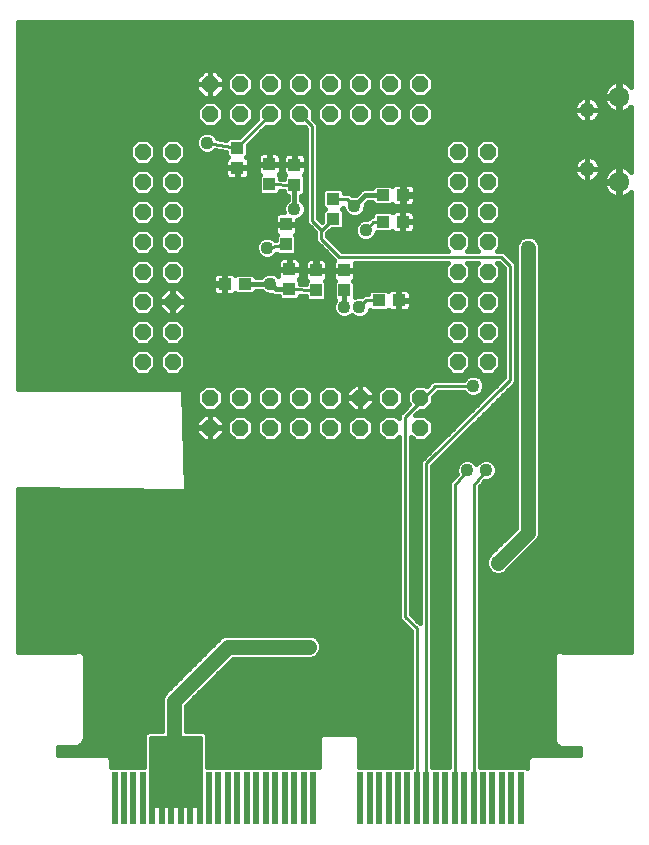
<source format=gbl>
G75*
%MOIN*%
%OFA0B0*%
%FSLAX25Y25*%
%IPPOS*%
%LPD*%
%AMOC8*
5,1,8,0,0,1.08239X$1,22.5*
%
%ADD10R,0.03937X0.04331*%
%ADD11R,0.04331X0.03937*%
%ADD12OC8,0.05600*%
%ADD13C,0.05150*%
%ADD14C,0.06791*%
%ADD15R,0.02362X0.17717*%
%ADD16C,0.04362*%
%ADD17C,0.01600*%
%ADD18C,0.01000*%
%ADD19C,0.04000*%
%ADD20C,0.05000*%
%ADD21C,0.05000*%
D10*
X0120051Y0190906D03*
X0120051Y0197599D03*
X0118980Y0205994D03*
X0118980Y0212686D03*
X0121796Y0225782D03*
X0121796Y0232475D03*
X0113396Y0232646D03*
X0113396Y0225953D03*
X0128990Y0197275D03*
X0128990Y0190583D03*
X0138358Y0190614D03*
X0138358Y0197307D03*
D11*
X0149869Y0187334D03*
X0156562Y0187334D03*
X0157951Y0213463D03*
X0151258Y0213463D03*
X0151297Y0222377D03*
X0157990Y0222377D03*
X0134800Y0221146D03*
X0134800Y0214454D03*
X0105201Y0192720D03*
X0098508Y0192720D03*
X0102680Y0231494D03*
X0102680Y0238186D03*
D12*
X0103680Y0249340D03*
X0103680Y0259340D03*
X0093680Y0259340D03*
X0093680Y0249340D03*
X0081180Y0236840D03*
X0081180Y0226840D03*
X0081180Y0216840D03*
X0081180Y0206840D03*
X0081180Y0196840D03*
X0081180Y0186840D03*
X0081180Y0176840D03*
X0081180Y0166840D03*
X0071180Y0166840D03*
X0071180Y0176840D03*
X0071180Y0186840D03*
X0071180Y0196840D03*
X0071180Y0206840D03*
X0071180Y0216840D03*
X0071180Y0226840D03*
X0071180Y0236840D03*
X0113680Y0249340D03*
X0113680Y0259340D03*
X0123680Y0259340D03*
X0123680Y0249340D03*
X0133680Y0249340D03*
X0133680Y0259340D03*
X0143680Y0259340D03*
X0143680Y0249340D03*
X0153680Y0249340D03*
X0153680Y0259340D03*
X0163680Y0259340D03*
X0163680Y0249340D03*
X0176180Y0236840D03*
X0176180Y0226840D03*
X0176180Y0216840D03*
X0176180Y0206840D03*
X0176180Y0196840D03*
X0176180Y0186840D03*
X0176180Y0176840D03*
X0176180Y0166840D03*
X0186180Y0166840D03*
X0186180Y0176840D03*
X0186180Y0186840D03*
X0186180Y0196840D03*
X0186180Y0206840D03*
X0186180Y0216840D03*
X0186180Y0226840D03*
X0186180Y0236840D03*
X0163680Y0154840D03*
X0163680Y0144840D03*
X0153680Y0144840D03*
X0153680Y0154840D03*
X0143680Y0154840D03*
X0143680Y0144840D03*
X0133680Y0144840D03*
X0133680Y0154840D03*
X0123680Y0154840D03*
X0123680Y0144840D03*
X0113680Y0144840D03*
X0113680Y0154840D03*
X0103680Y0154840D03*
X0103680Y0144840D03*
X0093680Y0144840D03*
X0093680Y0154840D03*
D13*
X0219361Y0231147D03*
X0219361Y0250833D03*
D14*
X0229991Y0255153D03*
X0229991Y0226827D03*
D15*
X0197263Y0021289D03*
X0194113Y0021289D03*
X0190963Y0021289D03*
X0187814Y0021289D03*
X0184664Y0021289D03*
X0181515Y0021289D03*
X0178365Y0021289D03*
X0175215Y0021289D03*
X0172066Y0021289D03*
X0168916Y0021289D03*
X0165767Y0021289D03*
X0162617Y0021289D03*
X0159467Y0021289D03*
X0156318Y0021289D03*
X0153168Y0021289D03*
X0150019Y0021289D03*
X0146869Y0021289D03*
X0143719Y0021289D03*
X0127971Y0021289D03*
X0124822Y0021289D03*
X0121672Y0021289D03*
X0118523Y0021289D03*
X0115373Y0021289D03*
X0112223Y0021289D03*
X0109074Y0021289D03*
X0105924Y0021289D03*
X0102774Y0021289D03*
X0099625Y0021289D03*
X0096475Y0021289D03*
X0093326Y0021289D03*
X0090176Y0021289D03*
X0087026Y0021289D03*
X0083877Y0021289D03*
X0080727Y0021289D03*
X0077578Y0021289D03*
X0074428Y0021289D03*
X0071278Y0021289D03*
X0068129Y0021289D03*
X0064979Y0021289D03*
X0061830Y0021289D03*
D16*
X0059800Y0104800D03*
X0078800Y0119800D03*
X0102800Y0118800D03*
X0110800Y0122800D03*
X0121800Y0110800D03*
X0118800Y0139800D03*
X0089800Y0163800D03*
X0113800Y0192800D03*
X0112680Y0204840D03*
X0121800Y0217800D03*
X0125240Y0203350D03*
X0137800Y0207800D03*
X0145520Y0210700D03*
X0141800Y0218800D03*
X0169800Y0244800D03*
X0150800Y0270800D03*
X0123800Y0272800D03*
X0101800Y0270800D03*
X0092680Y0239840D03*
X0100800Y0224800D03*
X0128060Y0184780D03*
X0138370Y0185040D03*
X0143460Y0185160D03*
X0165800Y0163800D03*
X0181400Y0158790D03*
X0179360Y0130610D03*
X0185580Y0130690D03*
X0153470Y0123290D03*
X0149800Y0138800D03*
X0062800Y0217800D03*
X0062800Y0243800D03*
D17*
X0043013Y0038530D02*
X0043013Y0035583D01*
X0059529Y0035583D01*
X0060730Y0034382D01*
X0060730Y0031647D01*
X0071680Y0031647D01*
X0071680Y0042668D01*
X0072852Y0043840D01*
X0077680Y0043840D01*
X0077680Y0054636D01*
X0078289Y0056106D01*
X0079414Y0057231D01*
X0097414Y0075231D01*
X0098884Y0075840D01*
X0127476Y0075840D01*
X0128946Y0075231D01*
X0130071Y0074106D01*
X0130680Y0072636D01*
X0130680Y0071044D01*
X0130071Y0069574D01*
X0128946Y0068449D01*
X0127476Y0067840D01*
X0101337Y0067840D01*
X0085680Y0052183D01*
X0085680Y0043840D01*
X0091508Y0043840D01*
X0092680Y0042668D01*
X0092680Y0031647D01*
X0129774Y0031647D01*
X0129858Y0031562D01*
X0129858Y0041626D01*
X0131059Y0042827D01*
X0142206Y0042827D01*
X0143407Y0041626D01*
X0143407Y0031647D01*
X0160617Y0031647D01*
X0160617Y0077075D01*
X0156680Y0081012D01*
X0156680Y0141759D01*
X0155461Y0140540D01*
X0151899Y0140540D01*
X0149380Y0143059D01*
X0149380Y0146621D01*
X0151899Y0149140D01*
X0155461Y0149140D01*
X0156680Y0147921D01*
X0156680Y0149361D01*
X0157852Y0150533D01*
X0159879Y0152560D01*
X0159380Y0153059D01*
X0159380Y0156621D01*
X0161899Y0159140D01*
X0165461Y0159140D01*
X0165886Y0158715D01*
X0166800Y0159628D01*
X0167972Y0160800D01*
X0178248Y0160800D01*
X0178279Y0160875D01*
X0179315Y0161911D01*
X0180668Y0162471D01*
X0182132Y0162471D01*
X0183485Y0161911D01*
X0184521Y0160875D01*
X0185081Y0159522D01*
X0185081Y0158058D01*
X0184521Y0156705D01*
X0183485Y0155669D01*
X0182132Y0155109D01*
X0180668Y0155109D01*
X0179315Y0155669D01*
X0178279Y0156705D01*
X0178240Y0156800D01*
X0169628Y0156800D01*
X0167980Y0155152D01*
X0167980Y0153059D01*
X0165461Y0150540D01*
X0163516Y0150540D01*
X0162115Y0149140D01*
X0165461Y0149140D01*
X0167980Y0146621D01*
X0167980Y0143059D01*
X0165461Y0140540D01*
X0161899Y0140540D01*
X0160680Y0141759D01*
X0160680Y0082668D01*
X0163445Y0079903D01*
X0163767Y0079582D01*
X0163767Y0133755D01*
X0191680Y0161668D01*
X0191680Y0198012D01*
X0189852Y0199840D01*
X0189261Y0199840D01*
X0190480Y0198621D01*
X0190480Y0195059D01*
X0187961Y0192540D01*
X0184399Y0192540D01*
X0181880Y0195059D01*
X0181880Y0198621D01*
X0183099Y0199840D01*
X0179261Y0199840D01*
X0180480Y0198621D01*
X0180480Y0195059D01*
X0177961Y0192540D01*
X0174399Y0192540D01*
X0171880Y0195059D01*
X0171880Y0198621D01*
X0173099Y0199840D01*
X0142091Y0199840D01*
X0142126Y0199709D01*
X0142126Y0197491D01*
X0138542Y0197491D01*
X0138542Y0197123D01*
X0142126Y0197123D01*
X0142126Y0194905D01*
X0142004Y0194447D01*
X0141767Y0194036D01*
X0141479Y0193748D01*
X0141826Y0193401D01*
X0141826Y0188468D01*
X0142728Y0188841D01*
X0144192Y0188841D01*
X0144277Y0188806D01*
X0144806Y0189334D01*
X0146204Y0189334D01*
X0146204Y0189924D01*
X0147082Y0190803D01*
X0152656Y0190803D01*
X0153003Y0190455D01*
X0153291Y0190743D01*
X0153702Y0190980D01*
X0154160Y0191103D01*
X0156378Y0191103D01*
X0156378Y0187519D01*
X0156746Y0187519D01*
X0156746Y0191103D01*
X0158964Y0191103D01*
X0159422Y0190980D01*
X0159833Y0190743D01*
X0160168Y0190408D01*
X0160405Y0189997D01*
X0160527Y0189540D01*
X0160527Y0187518D01*
X0156746Y0187518D01*
X0156746Y0187150D01*
X0156746Y0183566D01*
X0158964Y0183566D01*
X0159422Y0183688D01*
X0159833Y0183925D01*
X0160168Y0184260D01*
X0160405Y0184671D01*
X0160527Y0185129D01*
X0160527Y0187150D01*
X0156746Y0187150D01*
X0156378Y0187150D01*
X0156378Y0183566D01*
X0154160Y0183566D01*
X0153702Y0183688D01*
X0153291Y0183925D01*
X0153003Y0184213D01*
X0152656Y0183866D01*
X0147082Y0183866D01*
X0146959Y0183989D01*
X0146581Y0183075D01*
X0145545Y0182039D01*
X0144192Y0181479D01*
X0142728Y0181479D01*
X0141375Y0182039D01*
X0140975Y0182439D01*
X0140455Y0181919D01*
X0139102Y0181359D01*
X0137638Y0181359D01*
X0136285Y0181919D01*
X0135249Y0182955D01*
X0134689Y0184308D01*
X0134689Y0185772D01*
X0135249Y0187125D01*
X0135420Y0187296D01*
X0134889Y0187827D01*
X0134889Y0193401D01*
X0135237Y0193748D01*
X0134949Y0194036D01*
X0134712Y0194447D01*
X0134589Y0194905D01*
X0134589Y0197123D01*
X0138174Y0197123D01*
X0138174Y0197491D01*
X0134589Y0197491D01*
X0134589Y0199709D01*
X0134712Y0200167D01*
X0134949Y0200577D01*
X0135072Y0200700D01*
X0129972Y0205800D01*
X0128800Y0206972D01*
X0128800Y0209972D01*
X0126972Y0211800D01*
X0125800Y0212972D01*
X0125800Y0244392D01*
X0125152Y0245040D01*
X0121899Y0245040D01*
X0119380Y0247559D01*
X0119380Y0251121D01*
X0121899Y0253640D01*
X0125461Y0253640D01*
X0127980Y0251121D01*
X0127980Y0247868D01*
X0129800Y0246048D01*
X0129800Y0214628D01*
X0130973Y0213455D01*
X0131135Y0213617D01*
X0131135Y0217043D01*
X0131891Y0217800D01*
X0131135Y0218557D01*
X0131135Y0223736D01*
X0132013Y0224615D01*
X0137587Y0224615D01*
X0138465Y0223736D01*
X0138465Y0223146D01*
X0140282Y0223146D01*
X0140983Y0222446D01*
X0141068Y0222481D01*
X0142228Y0222481D01*
X0144424Y0224677D01*
X0147631Y0224677D01*
X0147631Y0224967D01*
X0148510Y0225845D01*
X0154083Y0225845D01*
X0154431Y0225498D01*
X0154719Y0225786D01*
X0155129Y0226023D01*
X0155587Y0226145D01*
X0157805Y0226145D01*
X0157805Y0222561D01*
X0158174Y0222561D01*
X0161955Y0222561D01*
X0161955Y0224582D01*
X0161832Y0225040D01*
X0161595Y0225450D01*
X0161260Y0225786D01*
X0160850Y0226023D01*
X0160392Y0226145D01*
X0158174Y0226145D01*
X0158174Y0222561D01*
X0158174Y0222192D01*
X0158174Y0218608D01*
X0160392Y0218608D01*
X0160850Y0218731D01*
X0161260Y0218968D01*
X0161595Y0219303D01*
X0161832Y0219713D01*
X0161955Y0220171D01*
X0161955Y0222192D01*
X0158174Y0222192D01*
X0157805Y0222192D01*
X0157805Y0218608D01*
X0155587Y0218608D01*
X0155129Y0218731D01*
X0154719Y0218968D01*
X0154431Y0219256D01*
X0154083Y0218908D01*
X0148510Y0218908D01*
X0147631Y0219787D01*
X0147631Y0220077D01*
X0146329Y0220077D01*
X0145481Y0219228D01*
X0145481Y0218068D01*
X0144921Y0216715D01*
X0143885Y0215679D01*
X0142532Y0215119D01*
X0141068Y0215119D01*
X0139715Y0215679D01*
X0138679Y0216715D01*
X0138119Y0218068D01*
X0138119Y0218210D01*
X0137709Y0217800D01*
X0138465Y0217043D01*
X0138465Y0211864D01*
X0137587Y0210985D01*
X0134160Y0210985D01*
X0132800Y0209625D01*
X0132800Y0208628D01*
X0137588Y0203840D01*
X0173099Y0203840D01*
X0171880Y0205059D01*
X0171880Y0208621D01*
X0174399Y0211140D01*
X0177961Y0211140D01*
X0180480Y0208621D01*
X0180480Y0205059D01*
X0179261Y0203840D01*
X0183099Y0203840D01*
X0181880Y0205059D01*
X0181880Y0208621D01*
X0184399Y0211140D01*
X0187961Y0211140D01*
X0190480Y0208621D01*
X0190480Y0205059D01*
X0189261Y0203840D01*
X0191508Y0203840D01*
X0195680Y0199668D01*
X0195680Y0160012D01*
X0194508Y0158840D01*
X0167767Y0132098D01*
X0167767Y0031647D01*
X0173215Y0031647D01*
X0173215Y0125468D01*
X0173144Y0126195D01*
X0173215Y0126282D01*
X0173215Y0126394D01*
X0173732Y0126911D01*
X0175843Y0129480D01*
X0175679Y0129878D01*
X0175679Y0131342D01*
X0176239Y0132695D01*
X0177275Y0133731D01*
X0178628Y0134291D01*
X0180092Y0134291D01*
X0181445Y0133731D01*
X0182442Y0132734D01*
X0182459Y0132775D01*
X0183495Y0133811D01*
X0184848Y0134371D01*
X0186312Y0134371D01*
X0187665Y0133811D01*
X0188701Y0132775D01*
X0189261Y0131422D01*
X0189261Y0129958D01*
X0188701Y0128605D01*
X0187665Y0127569D01*
X0186312Y0127009D01*
X0185171Y0127009D01*
X0183515Y0124966D01*
X0183515Y0031647D01*
X0199065Y0031647D01*
X0199347Y0031366D01*
X0199347Y0034382D01*
X0200547Y0035583D01*
X0217063Y0035583D01*
X0217063Y0038136D01*
X0210570Y0038136D01*
X0209071Y0039002D01*
X0209071Y0039002D01*
X0209071Y0039002D01*
X0208205Y0040502D01*
X0208205Y0069264D01*
X0209406Y0070465D01*
X0211104Y0070465D01*
X0211469Y0070100D01*
X0234000Y0070100D01*
X0234000Y0223505D01*
X0233954Y0223442D01*
X0233376Y0222864D01*
X0232714Y0222383D01*
X0231986Y0222012D01*
X0231208Y0221759D01*
X0230400Y0221631D01*
X0230323Y0221631D01*
X0230323Y0226495D01*
X0229659Y0226495D01*
X0224796Y0226495D01*
X0224796Y0226418D01*
X0224924Y0225610D01*
X0225176Y0224832D01*
X0225548Y0224103D01*
X0226028Y0223442D01*
X0226607Y0222864D01*
X0227268Y0222383D01*
X0227997Y0222012D01*
X0228775Y0221759D01*
X0229582Y0221631D01*
X0229659Y0221631D01*
X0229659Y0226495D01*
X0229659Y0227159D01*
X0229659Y0232022D01*
X0229582Y0232022D01*
X0228775Y0231894D01*
X0227997Y0231642D01*
X0227268Y0231270D01*
X0226607Y0230790D01*
X0226028Y0230211D01*
X0225548Y0229550D01*
X0225176Y0228821D01*
X0224924Y0228043D01*
X0224796Y0227236D01*
X0224796Y0227159D01*
X0229659Y0227159D01*
X0230323Y0227159D01*
X0230323Y0232022D01*
X0230400Y0232022D01*
X0231208Y0231894D01*
X0231986Y0231642D01*
X0232714Y0231270D01*
X0233376Y0230790D01*
X0233954Y0230211D01*
X0234000Y0230149D01*
X0234000Y0251831D01*
X0233954Y0251769D01*
X0233376Y0251190D01*
X0232714Y0250710D01*
X0231986Y0250338D01*
X0231208Y0250086D01*
X0230400Y0249958D01*
X0230323Y0249958D01*
X0230323Y0254821D01*
X0229659Y0254821D01*
X0229659Y0249958D01*
X0229582Y0249958D01*
X0228775Y0250086D01*
X0227997Y0250338D01*
X0227268Y0250710D01*
X0226607Y0251190D01*
X0226028Y0251769D01*
X0225548Y0252430D01*
X0225176Y0253159D01*
X0224924Y0253937D01*
X0224796Y0254744D01*
X0224796Y0254821D01*
X0229659Y0254821D01*
X0229659Y0255485D01*
X0224796Y0255485D01*
X0224796Y0255562D01*
X0224924Y0256370D01*
X0225176Y0257148D01*
X0225548Y0257877D01*
X0226028Y0258538D01*
X0226607Y0259116D01*
X0227268Y0259597D01*
X0227997Y0259968D01*
X0228775Y0260221D01*
X0229582Y0260349D01*
X0229659Y0260349D01*
X0229659Y0255485D01*
X0230323Y0255485D01*
X0230323Y0260349D01*
X0230400Y0260349D01*
X0231208Y0260221D01*
X0231986Y0259968D01*
X0232714Y0259597D01*
X0233376Y0259116D01*
X0233954Y0258538D01*
X0234000Y0258475D01*
X0234000Y0280000D01*
X0029600Y0280000D01*
X0029600Y0157800D01*
X0084800Y0157800D01*
X0085800Y0123800D01*
X0029600Y0124521D01*
X0029600Y0070100D01*
X0048608Y0070100D01*
X0048973Y0070465D01*
X0050671Y0070465D01*
X0051872Y0069264D01*
X0051872Y0040794D01*
X0051733Y0040655D01*
X0051006Y0039396D01*
X0051006Y0039396D01*
X0051006Y0039396D01*
X0049933Y0038776D01*
X0049687Y0038530D01*
X0043013Y0038530D01*
X0043013Y0037376D02*
X0071680Y0037376D01*
X0071680Y0035778D02*
X0043013Y0035778D01*
X0050276Y0038975D02*
X0071680Y0038975D01*
X0071680Y0040573D02*
X0051686Y0040573D01*
X0051872Y0042172D02*
X0071680Y0042172D01*
X0072782Y0043770D02*
X0051872Y0043770D01*
X0051872Y0045369D02*
X0077680Y0045369D01*
X0077680Y0046967D02*
X0051872Y0046967D01*
X0051872Y0048566D02*
X0077680Y0048566D01*
X0077680Y0050164D02*
X0051872Y0050164D01*
X0051872Y0051763D02*
X0077680Y0051763D01*
X0077680Y0053361D02*
X0051872Y0053361D01*
X0051872Y0054960D02*
X0077814Y0054960D01*
X0078741Y0056558D02*
X0051872Y0056558D01*
X0051872Y0058157D02*
X0080340Y0058157D01*
X0081938Y0059755D02*
X0051872Y0059755D01*
X0051872Y0061354D02*
X0083537Y0061354D01*
X0085136Y0062952D02*
X0051872Y0062952D01*
X0051872Y0064551D02*
X0086734Y0064551D01*
X0088333Y0066149D02*
X0051872Y0066149D01*
X0051872Y0067748D02*
X0089931Y0067748D01*
X0091530Y0069346D02*
X0051789Y0069346D01*
X0029600Y0070945D02*
X0093128Y0070945D01*
X0094727Y0072543D02*
X0029600Y0072543D01*
X0029600Y0074142D02*
X0096325Y0074142D01*
X0098644Y0075740D02*
X0029600Y0075740D01*
X0029600Y0077339D02*
X0160353Y0077339D01*
X0160617Y0075740D02*
X0127716Y0075740D01*
X0130035Y0074142D02*
X0160617Y0074142D01*
X0160617Y0072543D02*
X0130680Y0072543D01*
X0130639Y0070945D02*
X0160617Y0070945D01*
X0160617Y0069346D02*
X0129843Y0069346D01*
X0130404Y0042172D02*
X0092680Y0042172D01*
X0092680Y0040573D02*
X0129858Y0040573D01*
X0129858Y0038975D02*
X0092680Y0038975D01*
X0092680Y0037376D02*
X0129858Y0037376D01*
X0129858Y0035778D02*
X0092680Y0035778D01*
X0092680Y0034179D02*
X0129858Y0034179D01*
X0129858Y0032581D02*
X0092680Y0032581D01*
X0091578Y0043770D02*
X0160617Y0043770D01*
X0160617Y0042172D02*
X0142862Y0042172D01*
X0143407Y0040573D02*
X0160617Y0040573D01*
X0160617Y0038975D02*
X0143407Y0038975D01*
X0143407Y0037376D02*
X0160617Y0037376D01*
X0160617Y0035778D02*
X0143407Y0035778D01*
X0143407Y0034179D02*
X0160617Y0034179D01*
X0160617Y0032581D02*
X0143407Y0032581D01*
X0160617Y0045369D02*
X0085680Y0045369D01*
X0085680Y0046967D02*
X0160617Y0046967D01*
X0160617Y0048566D02*
X0085680Y0048566D01*
X0085680Y0050164D02*
X0160617Y0050164D01*
X0160617Y0051763D02*
X0085680Y0051763D01*
X0086858Y0053361D02*
X0160617Y0053361D01*
X0160617Y0054960D02*
X0088457Y0054960D01*
X0090055Y0056558D02*
X0160617Y0056558D01*
X0160617Y0058157D02*
X0091654Y0058157D01*
X0093252Y0059755D02*
X0160617Y0059755D01*
X0160617Y0061354D02*
X0094851Y0061354D01*
X0096449Y0062952D02*
X0160617Y0062952D01*
X0160617Y0064551D02*
X0098048Y0064551D01*
X0099646Y0066149D02*
X0160617Y0066149D01*
X0160617Y0067748D02*
X0101245Y0067748D01*
X0071680Y0034179D02*
X0060730Y0034179D01*
X0060730Y0032581D02*
X0071680Y0032581D01*
X0029600Y0078937D02*
X0158754Y0078937D01*
X0157156Y0080536D02*
X0029600Y0080536D01*
X0029600Y0082134D02*
X0156680Y0082134D01*
X0156680Y0083733D02*
X0029600Y0083733D01*
X0029600Y0085332D02*
X0156680Y0085332D01*
X0156680Y0086930D02*
X0029600Y0086930D01*
X0029600Y0088529D02*
X0156680Y0088529D01*
X0156680Y0090127D02*
X0029600Y0090127D01*
X0029600Y0091726D02*
X0156680Y0091726D01*
X0156680Y0093324D02*
X0029600Y0093324D01*
X0029600Y0094923D02*
X0156680Y0094923D01*
X0156680Y0096521D02*
X0029600Y0096521D01*
X0029600Y0098120D02*
X0156680Y0098120D01*
X0156680Y0099718D02*
X0029600Y0099718D01*
X0029600Y0101317D02*
X0156680Y0101317D01*
X0156680Y0102915D02*
X0029600Y0102915D01*
X0029600Y0104514D02*
X0156680Y0104514D01*
X0156680Y0106112D02*
X0029600Y0106112D01*
X0029600Y0107711D02*
X0156680Y0107711D01*
X0156680Y0109309D02*
X0029600Y0109309D01*
X0029600Y0110908D02*
X0156680Y0110908D01*
X0156680Y0112506D02*
X0029600Y0112506D01*
X0029600Y0114105D02*
X0156680Y0114105D01*
X0156680Y0115703D02*
X0029600Y0115703D01*
X0029600Y0117302D02*
X0156680Y0117302D01*
X0156680Y0118900D02*
X0029600Y0118900D01*
X0029600Y0120499D02*
X0156680Y0120499D01*
X0156680Y0122097D02*
X0029600Y0122097D01*
X0029600Y0123696D02*
X0156680Y0123696D01*
X0156680Y0125294D02*
X0085756Y0125294D01*
X0085709Y0126893D02*
X0156680Y0126893D01*
X0156680Y0128491D02*
X0085662Y0128491D01*
X0085615Y0130090D02*
X0156680Y0130090D01*
X0156680Y0131688D02*
X0085568Y0131688D01*
X0085521Y0133287D02*
X0156680Y0133287D01*
X0156680Y0134885D02*
X0085474Y0134885D01*
X0085427Y0136484D02*
X0156680Y0136484D01*
X0156680Y0138082D02*
X0085380Y0138082D01*
X0085333Y0139681D02*
X0156680Y0139681D01*
X0156680Y0141279D02*
X0156201Y0141279D01*
X0160680Y0141279D02*
X0161159Y0141279D01*
X0160680Y0139681D02*
X0169692Y0139681D01*
X0168094Y0138082D02*
X0160680Y0138082D01*
X0160680Y0136484D02*
X0166495Y0136484D01*
X0164897Y0134885D02*
X0160680Y0134885D01*
X0160680Y0133287D02*
X0163767Y0133287D01*
X0163767Y0131688D02*
X0160680Y0131688D01*
X0160680Y0130090D02*
X0163767Y0130090D01*
X0163767Y0128491D02*
X0160680Y0128491D01*
X0160680Y0126893D02*
X0163767Y0126893D01*
X0163767Y0125294D02*
X0160680Y0125294D01*
X0160680Y0123696D02*
X0163767Y0123696D01*
X0163767Y0122097D02*
X0160680Y0122097D01*
X0160680Y0120499D02*
X0163767Y0120499D01*
X0163767Y0118900D02*
X0160680Y0118900D01*
X0160680Y0117302D02*
X0163767Y0117302D01*
X0163767Y0115703D02*
X0160680Y0115703D01*
X0160680Y0114105D02*
X0163767Y0114105D01*
X0163767Y0112506D02*
X0160680Y0112506D01*
X0160680Y0110908D02*
X0163767Y0110908D01*
X0163767Y0109309D02*
X0160680Y0109309D01*
X0160680Y0107711D02*
X0163767Y0107711D01*
X0163767Y0106112D02*
X0160680Y0106112D01*
X0160680Y0104514D02*
X0163767Y0104514D01*
X0163767Y0102915D02*
X0160680Y0102915D01*
X0160680Y0101317D02*
X0163767Y0101317D01*
X0163767Y0099718D02*
X0160680Y0099718D01*
X0160680Y0098120D02*
X0163767Y0098120D01*
X0163767Y0096521D02*
X0160680Y0096521D01*
X0160680Y0094923D02*
X0163767Y0094923D01*
X0163767Y0093324D02*
X0160680Y0093324D01*
X0160680Y0091726D02*
X0163767Y0091726D01*
X0163767Y0090127D02*
X0160680Y0090127D01*
X0160680Y0088529D02*
X0163767Y0088529D01*
X0163767Y0086930D02*
X0160680Y0086930D01*
X0160680Y0085332D02*
X0163767Y0085332D01*
X0163767Y0083733D02*
X0160680Y0083733D01*
X0161214Y0082134D02*
X0163767Y0082134D01*
X0163767Y0080536D02*
X0162812Y0080536D01*
X0167767Y0080536D02*
X0173215Y0080536D01*
X0173215Y0082134D02*
X0167767Y0082134D01*
X0167767Y0083733D02*
X0173215Y0083733D01*
X0173215Y0085332D02*
X0167767Y0085332D01*
X0167767Y0086930D02*
X0173215Y0086930D01*
X0173215Y0088529D02*
X0167767Y0088529D01*
X0167767Y0090127D02*
X0173215Y0090127D01*
X0173215Y0091726D02*
X0167767Y0091726D01*
X0167767Y0093324D02*
X0173215Y0093324D01*
X0173215Y0094923D02*
X0167767Y0094923D01*
X0167767Y0096521D02*
X0173215Y0096521D01*
X0173215Y0098120D02*
X0167767Y0098120D01*
X0167767Y0099718D02*
X0173215Y0099718D01*
X0173215Y0101317D02*
X0167767Y0101317D01*
X0167767Y0102915D02*
X0173215Y0102915D01*
X0173215Y0104514D02*
X0167767Y0104514D01*
X0167767Y0106112D02*
X0173215Y0106112D01*
X0173215Y0107711D02*
X0167767Y0107711D01*
X0167767Y0109309D02*
X0173215Y0109309D01*
X0173215Y0110908D02*
X0167767Y0110908D01*
X0167767Y0112506D02*
X0173215Y0112506D01*
X0173215Y0114105D02*
X0167767Y0114105D01*
X0167767Y0115703D02*
X0173215Y0115703D01*
X0173215Y0117302D02*
X0167767Y0117302D01*
X0167767Y0118900D02*
X0173215Y0118900D01*
X0173215Y0120499D02*
X0167767Y0120499D01*
X0167767Y0122097D02*
X0173215Y0122097D01*
X0173215Y0123696D02*
X0167767Y0123696D01*
X0167767Y0125294D02*
X0173215Y0125294D01*
X0173714Y0126893D02*
X0167767Y0126893D01*
X0167767Y0128491D02*
X0175031Y0128491D01*
X0175679Y0130090D02*
X0167767Y0130090D01*
X0167767Y0131688D02*
X0175822Y0131688D01*
X0176831Y0133287D02*
X0168955Y0133287D01*
X0170554Y0134885D02*
X0195680Y0134885D01*
X0195680Y0133287D02*
X0188189Y0133287D01*
X0189151Y0131688D02*
X0195680Y0131688D01*
X0195680Y0130090D02*
X0189261Y0130090D01*
X0188587Y0128491D02*
X0195680Y0128491D01*
X0195680Y0126893D02*
X0185077Y0126893D01*
X0183781Y0125294D02*
X0195680Y0125294D01*
X0195680Y0123696D02*
X0183515Y0123696D01*
X0183515Y0122097D02*
X0195680Y0122097D01*
X0195680Y0120499D02*
X0183515Y0120499D01*
X0183515Y0118900D02*
X0195680Y0118900D01*
X0195680Y0117302D02*
X0183515Y0117302D01*
X0183515Y0115703D02*
X0195680Y0115703D01*
X0195680Y0114105D02*
X0183515Y0114105D01*
X0183515Y0112506D02*
X0195680Y0112506D01*
X0195680Y0111497D02*
X0187414Y0103231D01*
X0186289Y0102106D01*
X0185680Y0100636D01*
X0185680Y0099044D01*
X0186289Y0097574D01*
X0187414Y0096449D01*
X0188884Y0095840D01*
X0190476Y0095840D01*
X0191946Y0096449D01*
X0193071Y0097574D01*
X0203071Y0107574D01*
X0203680Y0109044D01*
X0203680Y0110636D01*
X0203680Y0205636D01*
X0203071Y0207106D01*
X0201946Y0208231D01*
X0200476Y0208840D01*
X0198884Y0208840D01*
X0197414Y0208231D01*
X0196289Y0207106D01*
X0195680Y0205636D01*
X0195680Y0111497D01*
X0195091Y0110908D02*
X0183515Y0110908D01*
X0183515Y0109309D02*
X0193492Y0109309D01*
X0191894Y0107711D02*
X0183515Y0107711D01*
X0183515Y0106112D02*
X0190295Y0106112D01*
X0188697Y0104514D02*
X0183515Y0104514D01*
X0183515Y0102915D02*
X0187098Y0102915D01*
X0185962Y0101317D02*
X0183515Y0101317D01*
X0183515Y0099718D02*
X0185680Y0099718D01*
X0186063Y0098120D02*
X0183515Y0098120D01*
X0183515Y0096521D02*
X0187342Y0096521D01*
X0183515Y0094923D02*
X0234000Y0094923D01*
X0234000Y0096521D02*
X0192018Y0096521D01*
X0193616Y0098120D02*
X0234000Y0098120D01*
X0234000Y0099718D02*
X0195215Y0099718D01*
X0196813Y0101317D02*
X0234000Y0101317D01*
X0234000Y0102915D02*
X0198412Y0102915D01*
X0200011Y0104514D02*
X0234000Y0104514D01*
X0234000Y0106112D02*
X0201609Y0106112D01*
X0203128Y0107711D02*
X0234000Y0107711D01*
X0234000Y0109309D02*
X0203680Y0109309D01*
X0203680Y0110908D02*
X0234000Y0110908D01*
X0234000Y0112506D02*
X0203680Y0112506D01*
X0203680Y0114105D02*
X0234000Y0114105D01*
X0234000Y0115703D02*
X0203680Y0115703D01*
X0203680Y0117302D02*
X0234000Y0117302D01*
X0234000Y0118900D02*
X0203680Y0118900D01*
X0203680Y0120499D02*
X0234000Y0120499D01*
X0234000Y0122097D02*
X0203680Y0122097D01*
X0203680Y0123696D02*
X0234000Y0123696D01*
X0234000Y0125294D02*
X0203680Y0125294D01*
X0203680Y0126893D02*
X0234000Y0126893D01*
X0234000Y0128491D02*
X0203680Y0128491D01*
X0203680Y0130090D02*
X0234000Y0130090D01*
X0234000Y0131688D02*
X0203680Y0131688D01*
X0203680Y0133287D02*
X0234000Y0133287D01*
X0234000Y0134885D02*
X0203680Y0134885D01*
X0203680Y0136484D02*
X0234000Y0136484D01*
X0234000Y0138082D02*
X0203680Y0138082D01*
X0203680Y0139681D02*
X0234000Y0139681D01*
X0234000Y0141279D02*
X0203680Y0141279D01*
X0203680Y0142878D02*
X0234000Y0142878D01*
X0234000Y0144476D02*
X0203680Y0144476D01*
X0203680Y0146075D02*
X0234000Y0146075D01*
X0234000Y0147673D02*
X0203680Y0147673D01*
X0203680Y0149272D02*
X0234000Y0149272D01*
X0234000Y0150870D02*
X0203680Y0150870D01*
X0203680Y0152469D02*
X0234000Y0152469D01*
X0234000Y0154068D02*
X0203680Y0154068D01*
X0203680Y0155666D02*
X0234000Y0155666D01*
X0234000Y0157265D02*
X0203680Y0157265D01*
X0203680Y0158863D02*
X0234000Y0158863D01*
X0234000Y0160462D02*
X0203680Y0160462D01*
X0203680Y0162060D02*
X0234000Y0162060D01*
X0234000Y0163659D02*
X0203680Y0163659D01*
X0203680Y0165257D02*
X0234000Y0165257D01*
X0234000Y0166856D02*
X0203680Y0166856D01*
X0203680Y0168454D02*
X0234000Y0168454D01*
X0234000Y0170053D02*
X0203680Y0170053D01*
X0203680Y0171651D02*
X0234000Y0171651D01*
X0234000Y0173250D02*
X0203680Y0173250D01*
X0203680Y0174848D02*
X0234000Y0174848D01*
X0234000Y0176447D02*
X0203680Y0176447D01*
X0203680Y0178045D02*
X0234000Y0178045D01*
X0234000Y0179644D02*
X0203680Y0179644D01*
X0203680Y0181242D02*
X0234000Y0181242D01*
X0234000Y0182841D02*
X0203680Y0182841D01*
X0203680Y0184439D02*
X0234000Y0184439D01*
X0234000Y0186038D02*
X0203680Y0186038D01*
X0203680Y0187636D02*
X0234000Y0187636D01*
X0234000Y0189235D02*
X0203680Y0189235D01*
X0203680Y0190833D02*
X0234000Y0190833D01*
X0234000Y0192432D02*
X0203680Y0192432D01*
X0203680Y0194030D02*
X0234000Y0194030D01*
X0234000Y0195629D02*
X0203680Y0195629D01*
X0203680Y0197227D02*
X0234000Y0197227D01*
X0234000Y0198826D02*
X0203680Y0198826D01*
X0203680Y0200424D02*
X0234000Y0200424D01*
X0234000Y0202023D02*
X0203680Y0202023D01*
X0203680Y0203621D02*
X0234000Y0203621D01*
X0234000Y0205220D02*
X0203680Y0205220D01*
X0203190Y0206818D02*
X0234000Y0206818D01*
X0234000Y0208417D02*
X0201497Y0208417D01*
X0197863Y0208417D02*
X0190480Y0208417D01*
X0190480Y0206818D02*
X0196170Y0206818D01*
X0195680Y0205220D02*
X0190480Y0205220D01*
X0191727Y0203621D02*
X0195680Y0203621D01*
X0195680Y0202023D02*
X0193326Y0202023D01*
X0194924Y0200424D02*
X0195680Y0200424D01*
X0195680Y0198826D02*
X0195680Y0198826D01*
X0195680Y0197227D02*
X0195680Y0197227D01*
X0195680Y0195629D02*
X0195680Y0195629D01*
X0195680Y0194030D02*
X0195680Y0194030D01*
X0195680Y0192432D02*
X0195680Y0192432D01*
X0195680Y0190833D02*
X0195680Y0190833D01*
X0195680Y0189235D02*
X0195680Y0189235D01*
X0195680Y0187636D02*
X0195680Y0187636D01*
X0195680Y0186038D02*
X0195680Y0186038D01*
X0195680Y0184439D02*
X0195680Y0184439D01*
X0195680Y0182841D02*
X0195680Y0182841D01*
X0195680Y0181242D02*
X0195680Y0181242D01*
X0195680Y0179644D02*
X0195680Y0179644D01*
X0195680Y0178045D02*
X0195680Y0178045D01*
X0195680Y0176447D02*
X0195680Y0176447D01*
X0195680Y0174848D02*
X0195680Y0174848D01*
X0195680Y0173250D02*
X0195680Y0173250D01*
X0195680Y0171651D02*
X0195680Y0171651D01*
X0195680Y0170053D02*
X0195680Y0170053D01*
X0195680Y0168454D02*
X0195680Y0168454D01*
X0195680Y0166856D02*
X0195680Y0166856D01*
X0195680Y0165257D02*
X0195680Y0165257D01*
X0195680Y0163659D02*
X0195680Y0163659D01*
X0195680Y0162060D02*
X0195680Y0162060D01*
X0195680Y0160462D02*
X0195680Y0160462D01*
X0195680Y0158863D02*
X0194531Y0158863D01*
X0195680Y0157265D02*
X0192933Y0157265D01*
X0191334Y0155666D02*
X0195680Y0155666D01*
X0195680Y0154068D02*
X0189736Y0154068D01*
X0188137Y0152469D02*
X0195680Y0152469D01*
X0195680Y0150870D02*
X0186539Y0150870D01*
X0184940Y0149272D02*
X0195680Y0149272D01*
X0195680Y0147673D02*
X0183342Y0147673D01*
X0181743Y0146075D02*
X0195680Y0146075D01*
X0195680Y0144476D02*
X0180145Y0144476D01*
X0178546Y0142878D02*
X0195680Y0142878D01*
X0195680Y0141279D02*
X0176948Y0141279D01*
X0175349Y0139681D02*
X0195680Y0139681D01*
X0195680Y0138082D02*
X0173751Y0138082D01*
X0172152Y0136484D02*
X0195680Y0136484D01*
X0182971Y0133287D02*
X0181889Y0133287D01*
X0172890Y0142878D02*
X0167799Y0142878D01*
X0167980Y0144476D02*
X0174488Y0144476D01*
X0176087Y0146075D02*
X0167980Y0146075D01*
X0166928Y0147673D02*
X0177685Y0147673D01*
X0179284Y0149272D02*
X0162247Y0149272D01*
X0158189Y0150870D02*
X0155792Y0150870D01*
X0155461Y0150540D02*
X0157980Y0153059D01*
X0157980Y0156621D01*
X0155461Y0159140D01*
X0151899Y0159140D01*
X0149380Y0156621D01*
X0149380Y0153059D01*
X0151899Y0150540D01*
X0155461Y0150540D01*
X0156680Y0149272D02*
X0095753Y0149272D01*
X0095585Y0149440D02*
X0093780Y0149440D01*
X0093780Y0144940D01*
X0098280Y0144940D01*
X0098280Y0146745D01*
X0095585Y0149440D01*
X0095461Y0150540D02*
X0091899Y0150540D01*
X0089380Y0153059D01*
X0089380Y0156621D01*
X0091899Y0159140D01*
X0095461Y0159140D01*
X0097980Y0156621D01*
X0097980Y0153059D01*
X0095461Y0150540D01*
X0095792Y0150870D02*
X0101568Y0150870D01*
X0101899Y0150540D02*
X0099380Y0153059D01*
X0099380Y0156621D01*
X0101899Y0159140D01*
X0105461Y0159140D01*
X0107980Y0156621D01*
X0107980Y0153059D01*
X0105461Y0150540D01*
X0101899Y0150540D01*
X0101899Y0149140D02*
X0099380Y0146621D01*
X0099380Y0143059D01*
X0101899Y0140540D01*
X0105461Y0140540D01*
X0107980Y0143059D01*
X0107980Y0146621D01*
X0105461Y0149140D01*
X0101899Y0149140D01*
X0100432Y0147673D02*
X0097352Y0147673D01*
X0098280Y0146075D02*
X0099380Y0146075D01*
X0099380Y0144476D02*
X0098280Y0144476D01*
X0098280Y0144740D02*
X0093780Y0144740D01*
X0093780Y0144940D01*
X0093580Y0144940D01*
X0093580Y0149440D01*
X0091775Y0149440D01*
X0089080Y0146745D01*
X0089080Y0144940D01*
X0093580Y0144940D01*
X0093580Y0144740D01*
X0093780Y0144740D01*
X0093780Y0140240D01*
X0095585Y0140240D01*
X0098280Y0142935D01*
X0098280Y0144740D01*
X0098223Y0142878D02*
X0099561Y0142878D01*
X0101159Y0141279D02*
X0096625Y0141279D01*
X0093780Y0141279D02*
X0093580Y0141279D01*
X0093580Y0140240D02*
X0093580Y0144740D01*
X0089080Y0144740D01*
X0089080Y0142935D01*
X0091775Y0140240D01*
X0093580Y0140240D01*
X0093580Y0142878D02*
X0093780Y0142878D01*
X0093780Y0144476D02*
X0093580Y0144476D01*
X0093580Y0146075D02*
X0093780Y0146075D01*
X0093780Y0147673D02*
X0093580Y0147673D01*
X0093580Y0149272D02*
X0093780Y0149272D01*
X0091607Y0149272D02*
X0085051Y0149272D01*
X0085004Y0150870D02*
X0091568Y0150870D01*
X0089970Y0152469D02*
X0084957Y0152469D01*
X0084910Y0154068D02*
X0089380Y0154068D01*
X0089380Y0155666D02*
X0084863Y0155666D01*
X0084816Y0157265D02*
X0090023Y0157265D01*
X0091622Y0158863D02*
X0029600Y0158863D01*
X0029600Y0160462D02*
X0167633Y0160462D01*
X0166035Y0158863D02*
X0165738Y0158863D01*
X0168494Y0155666D02*
X0179323Y0155666D01*
X0182481Y0152469D02*
X0167390Y0152469D01*
X0167980Y0154068D02*
X0184079Y0154068D01*
X0183477Y0155666D02*
X0185678Y0155666D01*
X0184752Y0157265D02*
X0187276Y0157265D01*
X0188875Y0158863D02*
X0185081Y0158863D01*
X0184692Y0160462D02*
X0190473Y0160462D01*
X0191680Y0162060D02*
X0183125Y0162060D01*
X0184399Y0162540D02*
X0181880Y0165059D01*
X0181880Y0168621D01*
X0184399Y0171140D01*
X0187961Y0171140D01*
X0190480Y0168621D01*
X0190480Y0165059D01*
X0187961Y0162540D01*
X0184399Y0162540D01*
X0183280Y0163659D02*
X0179080Y0163659D01*
X0177961Y0162540D02*
X0180480Y0165059D01*
X0180480Y0168621D01*
X0177961Y0171140D01*
X0174399Y0171140D01*
X0171880Y0168621D01*
X0171880Y0165059D01*
X0174399Y0162540D01*
X0177961Y0162540D01*
X0179675Y0162060D02*
X0029600Y0162060D01*
X0029600Y0163659D02*
X0068280Y0163659D01*
X0069399Y0162540D02*
X0066880Y0165059D01*
X0066880Y0168621D01*
X0069399Y0171140D01*
X0072961Y0171140D01*
X0075480Y0168621D01*
X0075480Y0165059D01*
X0072961Y0162540D01*
X0069399Y0162540D01*
X0066880Y0165257D02*
X0029600Y0165257D01*
X0029600Y0166856D02*
X0066880Y0166856D01*
X0066880Y0168454D02*
X0029600Y0168454D01*
X0029600Y0170053D02*
X0068312Y0170053D01*
X0069399Y0172540D02*
X0066880Y0175059D01*
X0066880Y0178621D01*
X0069399Y0181140D01*
X0072961Y0181140D01*
X0075480Y0178621D01*
X0075480Y0175059D01*
X0072961Y0172540D01*
X0069399Y0172540D01*
X0068689Y0173250D02*
X0029600Y0173250D01*
X0029600Y0174848D02*
X0067091Y0174848D01*
X0066880Y0176447D02*
X0029600Y0176447D01*
X0029600Y0178045D02*
X0066880Y0178045D01*
X0067903Y0179644D02*
X0029600Y0179644D01*
X0029600Y0181242D02*
X0191680Y0181242D01*
X0191680Y0179644D02*
X0189457Y0179644D01*
X0190480Y0178621D02*
X0187961Y0181140D01*
X0184399Y0181140D01*
X0181880Y0178621D01*
X0181880Y0175059D01*
X0184399Y0172540D01*
X0187961Y0172540D01*
X0190480Y0175059D01*
X0190480Y0178621D01*
X0190480Y0178045D02*
X0191680Y0178045D01*
X0191680Y0176447D02*
X0190480Y0176447D01*
X0190269Y0174848D02*
X0191680Y0174848D01*
X0191680Y0173250D02*
X0188671Y0173250D01*
X0189048Y0170053D02*
X0191680Y0170053D01*
X0191680Y0171651D02*
X0029600Y0171651D01*
X0029600Y0182841D02*
X0069098Y0182841D01*
X0069399Y0182540D02*
X0072961Y0182540D01*
X0075480Y0185059D01*
X0075480Y0188621D01*
X0072961Y0191140D01*
X0069399Y0191140D01*
X0066880Y0188621D01*
X0066880Y0185059D01*
X0069399Y0182540D01*
X0067500Y0184439D02*
X0029600Y0184439D01*
X0029600Y0186038D02*
X0066880Y0186038D01*
X0066880Y0187636D02*
X0029600Y0187636D01*
X0029600Y0189235D02*
X0067494Y0189235D01*
X0069092Y0190833D02*
X0029600Y0190833D01*
X0029600Y0192432D02*
X0094543Y0192432D01*
X0094543Y0192535D02*
X0094543Y0190514D01*
X0094666Y0190056D01*
X0094903Y0189646D01*
X0095238Y0189311D01*
X0095648Y0189074D01*
X0096106Y0188951D01*
X0098324Y0188951D01*
X0098324Y0192535D01*
X0098693Y0192535D01*
X0098693Y0188951D01*
X0100911Y0188951D01*
X0101368Y0189074D01*
X0101779Y0189311D01*
X0102067Y0189599D01*
X0102415Y0189251D01*
X0107988Y0189251D01*
X0108867Y0190130D01*
X0108867Y0190420D01*
X0110975Y0190420D01*
X0111715Y0189679D01*
X0113068Y0189119D01*
X0114228Y0189119D01*
X0114741Y0188606D01*
X0116582Y0188606D01*
X0116582Y0188119D01*
X0117461Y0187241D01*
X0122641Y0187241D01*
X0123519Y0188119D01*
X0123519Y0188779D01*
X0125522Y0188707D01*
X0125522Y0187796D01*
X0126400Y0186917D01*
X0131580Y0186917D01*
X0132459Y0187796D01*
X0132459Y0193369D01*
X0132111Y0193717D01*
X0132399Y0194005D01*
X0132636Y0194415D01*
X0132759Y0194873D01*
X0132759Y0197091D01*
X0129175Y0197091D01*
X0129175Y0197460D01*
X0132759Y0197460D01*
X0132759Y0199678D01*
X0132636Y0200136D01*
X0132399Y0200546D01*
X0132064Y0200881D01*
X0131654Y0201118D01*
X0131196Y0201241D01*
X0129174Y0201241D01*
X0129174Y0197460D01*
X0128806Y0197460D01*
X0128806Y0201241D01*
X0126785Y0201241D01*
X0126327Y0201118D01*
X0125916Y0200881D01*
X0125581Y0200546D01*
X0125344Y0200136D01*
X0125222Y0199678D01*
X0125222Y0197460D01*
X0128806Y0197460D01*
X0128806Y0197091D01*
X0125222Y0197091D01*
X0125222Y0194873D01*
X0125344Y0194415D01*
X0125581Y0194005D01*
X0125869Y0193717D01*
X0125522Y0193369D01*
X0125522Y0192709D01*
X0123519Y0192782D01*
X0123519Y0193693D01*
X0123172Y0194040D01*
X0123460Y0194328D01*
X0123697Y0194739D01*
X0123819Y0195197D01*
X0123819Y0197415D01*
X0120235Y0197415D01*
X0120235Y0197783D01*
X0123819Y0197783D01*
X0123819Y0200001D01*
X0123697Y0200459D01*
X0123460Y0200870D01*
X0123125Y0201205D01*
X0122714Y0201442D01*
X0122256Y0201564D01*
X0120235Y0201564D01*
X0120235Y0197783D01*
X0119867Y0197783D01*
X0119867Y0197415D01*
X0116282Y0197415D01*
X0116282Y0195523D01*
X0115885Y0195921D01*
X0114532Y0196481D01*
X0113068Y0196481D01*
X0111715Y0195921D01*
X0110814Y0195020D01*
X0108867Y0195020D01*
X0108867Y0195309D01*
X0107988Y0196188D01*
X0102415Y0196188D01*
X0102067Y0195840D01*
X0101779Y0196128D01*
X0101368Y0196365D01*
X0100911Y0196488D01*
X0098693Y0196488D01*
X0098693Y0192904D01*
X0098324Y0192904D01*
X0098324Y0196488D01*
X0096106Y0196488D01*
X0095648Y0196365D01*
X0095238Y0196128D01*
X0094903Y0195793D01*
X0094666Y0195383D01*
X0094543Y0194925D01*
X0094543Y0192904D01*
X0098324Y0192904D01*
X0098324Y0192535D01*
X0094543Y0192535D01*
X0094543Y0194030D02*
X0084451Y0194030D01*
X0085480Y0195059D02*
X0082961Y0192540D01*
X0079399Y0192540D01*
X0076880Y0195059D01*
X0076880Y0198621D01*
X0079399Y0201140D01*
X0082961Y0201140D01*
X0085480Y0198621D01*
X0085480Y0195059D01*
X0085480Y0195629D02*
X0094808Y0195629D01*
X0098324Y0195629D02*
X0098693Y0195629D01*
X0098693Y0194030D02*
X0098324Y0194030D01*
X0098324Y0192432D02*
X0098693Y0192432D01*
X0098693Y0190833D02*
X0098324Y0190833D01*
X0098324Y0189235D02*
X0098693Y0189235D01*
X0101647Y0189235D02*
X0112788Y0189235D01*
X0115694Y0190906D02*
X0113800Y0192800D01*
X0113720Y0192720D01*
X0105201Y0192720D01*
X0108547Y0195629D02*
X0111423Y0195629D01*
X0111948Y0201159D02*
X0113412Y0201159D01*
X0114765Y0201719D01*
X0115801Y0202755D01*
X0115848Y0202870D01*
X0116390Y0202328D01*
X0121570Y0202328D01*
X0122448Y0203207D01*
X0122448Y0208780D01*
X0122101Y0209128D01*
X0122389Y0209416D01*
X0122626Y0209826D01*
X0122748Y0210284D01*
X0122748Y0212502D01*
X0119164Y0212502D01*
X0119164Y0212871D01*
X0122748Y0212871D01*
X0122748Y0214208D01*
X0123885Y0214679D01*
X0124921Y0215715D01*
X0125481Y0217068D01*
X0125481Y0218532D01*
X0124921Y0219885D01*
X0124100Y0220706D01*
X0124100Y0220780D01*
X0124100Y0221731D01*
X0124099Y0221732D01*
X0124099Y0222117D01*
X0124386Y0222117D01*
X0125264Y0222996D01*
X0125264Y0228569D01*
X0124917Y0228917D01*
X0125205Y0229205D01*
X0125442Y0229615D01*
X0125564Y0230073D01*
X0125564Y0232291D01*
X0121980Y0232291D01*
X0121980Y0232659D01*
X0125564Y0232659D01*
X0125564Y0234877D01*
X0125442Y0235335D01*
X0125205Y0235746D01*
X0124870Y0236081D01*
X0124459Y0236318D01*
X0124001Y0236440D01*
X0121980Y0236440D01*
X0121980Y0232659D01*
X0121612Y0232659D01*
X0121612Y0232291D01*
X0118027Y0232291D01*
X0118027Y0230073D01*
X0118150Y0229615D01*
X0118387Y0229205D01*
X0118675Y0228917D01*
X0118327Y0228569D01*
X0118327Y0227853D01*
X0116864Y0227883D01*
X0116864Y0228740D01*
X0116517Y0229087D01*
X0116805Y0229375D01*
X0117042Y0229786D01*
X0117164Y0230244D01*
X0117164Y0232462D01*
X0113580Y0232462D01*
X0113580Y0232830D01*
X0117164Y0232830D01*
X0117164Y0235048D01*
X0117042Y0235506D01*
X0116805Y0235917D01*
X0116470Y0236252D01*
X0116059Y0236489D01*
X0115601Y0236611D01*
X0113580Y0236611D01*
X0113580Y0232830D01*
X0113212Y0232830D01*
X0113212Y0236611D01*
X0111190Y0236611D01*
X0110733Y0236489D01*
X0110322Y0236252D01*
X0109987Y0235917D01*
X0109750Y0235506D01*
X0109627Y0235048D01*
X0109627Y0232830D01*
X0113212Y0232830D01*
X0113212Y0232462D01*
X0109627Y0232462D01*
X0109627Y0230244D01*
X0109750Y0229786D01*
X0109987Y0229375D01*
X0110275Y0229087D01*
X0109927Y0228740D01*
X0109927Y0223166D01*
X0110806Y0222288D01*
X0115986Y0222288D01*
X0116864Y0223166D01*
X0116864Y0223882D01*
X0118327Y0223852D01*
X0118327Y0222996D01*
X0119206Y0222117D01*
X0119499Y0222117D01*
X0119500Y0220768D01*
X0119500Y0220706D01*
X0118679Y0219885D01*
X0118119Y0218532D01*
X0118119Y0217068D01*
X0118291Y0216652D01*
X0116775Y0216652D01*
X0116317Y0216529D01*
X0115906Y0216292D01*
X0115571Y0215957D01*
X0115334Y0215547D01*
X0115211Y0215089D01*
X0115211Y0212871D01*
X0118796Y0212871D01*
X0118796Y0212502D01*
X0115211Y0212502D01*
X0115211Y0210284D01*
X0115334Y0209826D01*
X0115571Y0209416D01*
X0115859Y0209128D01*
X0115511Y0208780D01*
X0115511Y0207392D01*
X0115362Y0207364D01*
X0114765Y0207961D01*
X0113412Y0208521D01*
X0111948Y0208521D01*
X0110595Y0207961D01*
X0109559Y0206925D01*
X0108999Y0205572D01*
X0108999Y0204108D01*
X0109559Y0202755D01*
X0110595Y0201719D01*
X0111948Y0201159D01*
X0110291Y0202023D02*
X0029600Y0202023D01*
X0029600Y0203621D02*
X0068318Y0203621D01*
X0069399Y0202540D02*
X0066880Y0205059D01*
X0066880Y0208621D01*
X0069399Y0211140D01*
X0072961Y0211140D01*
X0075480Y0208621D01*
X0075480Y0205059D01*
X0072961Y0202540D01*
X0069399Y0202540D01*
X0069399Y0201140D02*
X0066880Y0198621D01*
X0066880Y0195059D01*
X0069399Y0192540D01*
X0072961Y0192540D01*
X0075480Y0195059D01*
X0075480Y0198621D01*
X0072961Y0201140D01*
X0069399Y0201140D01*
X0068683Y0200424D02*
X0029600Y0200424D01*
X0029600Y0198826D02*
X0067085Y0198826D01*
X0066880Y0197227D02*
X0029600Y0197227D01*
X0029600Y0195629D02*
X0066880Y0195629D01*
X0067909Y0194030D02*
X0029600Y0194030D01*
X0029600Y0205220D02*
X0066880Y0205220D01*
X0066880Y0206818D02*
X0029600Y0206818D01*
X0029600Y0208417D02*
X0066880Y0208417D01*
X0068274Y0210015D02*
X0029600Y0210015D01*
X0029600Y0211614D02*
X0115211Y0211614D01*
X0115211Y0213212D02*
X0083634Y0213212D01*
X0082961Y0212540D02*
X0079399Y0212540D01*
X0076880Y0215059D01*
X0076880Y0218621D01*
X0079399Y0221140D01*
X0082961Y0221140D01*
X0085480Y0218621D01*
X0085480Y0215059D01*
X0082961Y0212540D01*
X0082961Y0211140D02*
X0079399Y0211140D01*
X0076880Y0208621D01*
X0076880Y0205059D01*
X0079399Y0202540D01*
X0082961Y0202540D01*
X0085480Y0205059D01*
X0085480Y0208621D01*
X0082961Y0211140D01*
X0084086Y0210015D02*
X0115283Y0210015D01*
X0115511Y0208417D02*
X0113664Y0208417D01*
X0111696Y0208417D02*
X0085480Y0208417D01*
X0085480Y0206818D02*
X0109515Y0206818D01*
X0108999Y0205220D02*
X0085480Y0205220D01*
X0084042Y0203621D02*
X0109200Y0203621D01*
X0115069Y0202023D02*
X0133749Y0202023D01*
X0134861Y0200424D02*
X0132469Y0200424D01*
X0132759Y0198826D02*
X0134589Y0198826D01*
X0134589Y0195629D02*
X0132759Y0195629D01*
X0132414Y0194030D02*
X0134955Y0194030D01*
X0134889Y0192432D02*
X0132459Y0192432D01*
X0132459Y0190833D02*
X0134889Y0190833D01*
X0134889Y0189235D02*
X0132459Y0189235D01*
X0132299Y0187636D02*
X0135080Y0187636D01*
X0134799Y0186038D02*
X0085780Y0186038D01*
X0085780Y0186740D02*
X0081280Y0186740D01*
X0081280Y0186940D01*
X0081080Y0186940D01*
X0081080Y0191440D01*
X0079275Y0191440D01*
X0076580Y0188745D01*
X0076580Y0186940D01*
X0081080Y0186940D01*
X0081080Y0186740D01*
X0076580Y0186740D01*
X0076580Y0184935D01*
X0079275Y0182240D01*
X0081080Y0182240D01*
X0081080Y0186740D01*
X0081280Y0186740D01*
X0081280Y0182240D01*
X0083085Y0182240D01*
X0085780Y0184935D01*
X0085780Y0186740D01*
X0085780Y0186940D02*
X0085780Y0188745D01*
X0083085Y0191440D01*
X0081280Y0191440D01*
X0081280Y0186940D01*
X0085780Y0186940D01*
X0085780Y0187636D02*
X0117066Y0187636D01*
X0115694Y0190906D02*
X0120051Y0190906D01*
X0123182Y0194030D02*
X0125567Y0194030D01*
X0125222Y0195629D02*
X0123819Y0195629D01*
X0123819Y0197227D02*
X0128806Y0197227D01*
X0129175Y0197227D02*
X0138174Y0197227D01*
X0138542Y0197227D02*
X0171880Y0197227D01*
X0171880Y0195629D02*
X0142126Y0195629D01*
X0141761Y0194030D02*
X0172909Y0194030D01*
X0174399Y0191140D02*
X0171880Y0188621D01*
X0171880Y0185059D01*
X0174399Y0182540D01*
X0177961Y0182540D01*
X0180480Y0185059D01*
X0180480Y0188621D01*
X0177961Y0191140D01*
X0174399Y0191140D01*
X0174092Y0190833D02*
X0159676Y0190833D01*
X0160527Y0189235D02*
X0172494Y0189235D01*
X0171880Y0187636D02*
X0160527Y0187636D01*
X0160527Y0186038D02*
X0171880Y0186038D01*
X0172500Y0184439D02*
X0160271Y0184439D01*
X0156746Y0184439D02*
X0156378Y0184439D01*
X0156378Y0186038D02*
X0156746Y0186038D01*
X0156746Y0187636D02*
X0156378Y0187636D01*
X0156378Y0189235D02*
X0156746Y0189235D01*
X0156746Y0190833D02*
X0156378Y0190833D01*
X0153448Y0190833D02*
X0141826Y0190833D01*
X0141826Y0189235D02*
X0144706Y0189235D01*
X0141826Y0192432D02*
X0191680Y0192432D01*
X0191680Y0194030D02*
X0189451Y0194030D01*
X0190480Y0195629D02*
X0191680Y0195629D01*
X0191680Y0197227D02*
X0190480Y0197227D01*
X0190275Y0198826D02*
X0190866Y0198826D01*
X0191680Y0190833D02*
X0188268Y0190833D01*
X0187961Y0191140D02*
X0184399Y0191140D01*
X0181880Y0188621D01*
X0181880Y0185059D01*
X0184399Y0182540D01*
X0187961Y0182540D01*
X0190480Y0185059D01*
X0190480Y0188621D01*
X0187961Y0191140D01*
X0189866Y0189235D02*
X0191680Y0189235D01*
X0191680Y0187636D02*
X0190480Y0187636D01*
X0190480Y0186038D02*
X0191680Y0186038D01*
X0191680Y0184439D02*
X0189860Y0184439D01*
X0188262Y0182841D02*
X0191680Y0182841D01*
X0184098Y0182841D02*
X0178262Y0182841D01*
X0177961Y0181140D02*
X0174399Y0181140D01*
X0171880Y0178621D01*
X0171880Y0175059D01*
X0174399Y0172540D01*
X0177961Y0172540D01*
X0180480Y0175059D01*
X0180480Y0178621D01*
X0177961Y0181140D01*
X0179457Y0179644D02*
X0182903Y0179644D01*
X0181880Y0178045D02*
X0180480Y0178045D01*
X0180480Y0176447D02*
X0181880Y0176447D01*
X0182091Y0174848D02*
X0180269Y0174848D01*
X0178671Y0173250D02*
X0183689Y0173250D01*
X0183312Y0170053D02*
X0179048Y0170053D01*
X0180480Y0168454D02*
X0181880Y0168454D01*
X0181880Y0166856D02*
X0180480Y0166856D01*
X0180480Y0165257D02*
X0181880Y0165257D01*
X0189080Y0163659D02*
X0191680Y0163659D01*
X0191680Y0165257D02*
X0190480Y0165257D01*
X0190480Y0166856D02*
X0191680Y0166856D01*
X0191680Y0168454D02*
X0190480Y0168454D01*
X0173312Y0170053D02*
X0084048Y0170053D01*
X0082961Y0171140D02*
X0085480Y0168621D01*
X0085480Y0165059D01*
X0082961Y0162540D01*
X0079399Y0162540D01*
X0076880Y0165059D01*
X0076880Y0168621D01*
X0079399Y0171140D01*
X0082961Y0171140D01*
X0082961Y0172540D02*
X0085480Y0175059D01*
X0085480Y0178621D01*
X0082961Y0181140D01*
X0079399Y0181140D01*
X0076880Y0178621D01*
X0076880Y0175059D01*
X0079399Y0172540D01*
X0082961Y0172540D01*
X0083671Y0173250D02*
X0173689Y0173250D01*
X0172091Y0174848D02*
X0085269Y0174848D01*
X0085480Y0176447D02*
X0171880Y0176447D01*
X0171880Y0178045D02*
X0085480Y0178045D01*
X0084457Y0179644D02*
X0172903Y0179644D01*
X0174098Y0182841D02*
X0146347Y0182841D01*
X0138370Y0185040D02*
X0138358Y0185442D01*
X0138358Y0190614D01*
X0134689Y0184439D02*
X0085285Y0184439D01*
X0083686Y0182841D02*
X0135363Y0182841D01*
X0125681Y0187636D02*
X0123036Y0187636D01*
X0116282Y0195629D02*
X0116177Y0195629D01*
X0116282Y0197227D02*
X0085480Y0197227D01*
X0085275Y0198826D02*
X0116282Y0198826D01*
X0116282Y0197783D02*
X0116282Y0200001D01*
X0116405Y0200459D01*
X0116642Y0200870D01*
X0116977Y0201205D01*
X0117388Y0201442D01*
X0117845Y0201564D01*
X0119867Y0201564D01*
X0119867Y0197783D01*
X0116282Y0197783D01*
X0116396Y0200424D02*
X0083677Y0200424D01*
X0078683Y0200424D02*
X0073677Y0200424D01*
X0075275Y0198826D02*
X0077085Y0198826D01*
X0076880Y0197227D02*
X0075480Y0197227D01*
X0075480Y0195629D02*
X0076880Y0195629D01*
X0077909Y0194030D02*
X0074451Y0194030D01*
X0073268Y0190833D02*
X0078668Y0190833D01*
X0077069Y0189235D02*
X0074866Y0189235D01*
X0075480Y0187636D02*
X0076580Y0187636D01*
X0076580Y0186038D02*
X0075480Y0186038D01*
X0074860Y0184439D02*
X0077075Y0184439D01*
X0078674Y0182841D02*
X0073262Y0182841D01*
X0074457Y0179644D02*
X0077903Y0179644D01*
X0076880Y0178045D02*
X0075480Y0178045D01*
X0075480Y0176447D02*
X0076880Y0176447D01*
X0077091Y0174848D02*
X0075269Y0174848D01*
X0073671Y0173250D02*
X0078689Y0173250D01*
X0078312Y0170053D02*
X0074048Y0170053D01*
X0075480Y0168454D02*
X0076880Y0168454D01*
X0076880Y0166856D02*
X0075480Y0166856D01*
X0075480Y0165257D02*
X0076880Y0165257D01*
X0078280Y0163659D02*
X0074080Y0163659D01*
X0084080Y0163659D02*
X0173280Y0163659D01*
X0171880Y0165257D02*
X0085480Y0165257D01*
X0085480Y0166856D02*
X0171880Y0166856D01*
X0171880Y0168454D02*
X0085480Y0168454D01*
X0095738Y0158863D02*
X0101622Y0158863D01*
X0100023Y0157265D02*
X0097337Y0157265D01*
X0097980Y0155666D02*
X0099380Y0155666D01*
X0099380Y0154068D02*
X0097980Y0154068D01*
X0097390Y0152469D02*
X0099970Y0152469D01*
X0105792Y0150870D02*
X0111568Y0150870D01*
X0111899Y0150540D02*
X0115461Y0150540D01*
X0117980Y0153059D01*
X0117980Y0156621D01*
X0115461Y0159140D01*
X0111899Y0159140D01*
X0109380Y0156621D01*
X0109380Y0153059D01*
X0111899Y0150540D01*
X0111899Y0149140D02*
X0109380Y0146621D01*
X0109380Y0143059D01*
X0111899Y0140540D01*
X0115461Y0140540D01*
X0117980Y0143059D01*
X0117980Y0146621D01*
X0115461Y0149140D01*
X0111899Y0149140D01*
X0110432Y0147673D02*
X0106928Y0147673D01*
X0107980Y0146075D02*
X0109380Y0146075D01*
X0109380Y0144476D02*
X0107980Y0144476D01*
X0107799Y0142878D02*
X0109561Y0142878D01*
X0111159Y0141279D02*
X0106201Y0141279D01*
X0116201Y0141279D02*
X0121159Y0141279D01*
X0121899Y0140540D02*
X0125461Y0140540D01*
X0127980Y0143059D01*
X0127980Y0146621D01*
X0125461Y0149140D01*
X0121899Y0149140D01*
X0119380Y0146621D01*
X0119380Y0143059D01*
X0121899Y0140540D01*
X0119561Y0142878D02*
X0117799Y0142878D01*
X0117980Y0144476D02*
X0119380Y0144476D01*
X0119380Y0146075D02*
X0117980Y0146075D01*
X0116928Y0147673D02*
X0120432Y0147673D01*
X0121899Y0150540D02*
X0125461Y0150540D01*
X0127980Y0153059D01*
X0127980Y0156621D01*
X0125461Y0159140D01*
X0121899Y0159140D01*
X0119380Y0156621D01*
X0119380Y0153059D01*
X0121899Y0150540D01*
X0121568Y0150870D02*
X0115792Y0150870D01*
X0117390Y0152469D02*
X0119970Y0152469D01*
X0119380Y0154068D02*
X0117980Y0154068D01*
X0117980Y0155666D02*
X0119380Y0155666D01*
X0120023Y0157265D02*
X0117337Y0157265D01*
X0115738Y0158863D02*
X0121622Y0158863D01*
X0125738Y0158863D02*
X0131622Y0158863D01*
X0131899Y0159140D02*
X0129380Y0156621D01*
X0129380Y0153059D01*
X0131899Y0150540D01*
X0135461Y0150540D01*
X0137980Y0153059D01*
X0137980Y0156621D01*
X0135461Y0159140D01*
X0131899Y0159140D01*
X0130023Y0157265D02*
X0127337Y0157265D01*
X0127980Y0155666D02*
X0129380Y0155666D01*
X0129380Y0154068D02*
X0127980Y0154068D01*
X0127390Y0152469D02*
X0129970Y0152469D01*
X0131568Y0150870D02*
X0125792Y0150870D01*
X0126928Y0147673D02*
X0130432Y0147673D01*
X0129380Y0146621D02*
X0131899Y0149140D01*
X0135461Y0149140D01*
X0137980Y0146621D01*
X0137980Y0143059D01*
X0135461Y0140540D01*
X0131899Y0140540D01*
X0129380Y0143059D01*
X0129380Y0146621D01*
X0129380Y0146075D02*
X0127980Y0146075D01*
X0127980Y0144476D02*
X0129380Y0144476D01*
X0129561Y0142878D02*
X0127799Y0142878D01*
X0126201Y0141279D02*
X0131159Y0141279D01*
X0136201Y0141279D02*
X0141159Y0141279D01*
X0141899Y0140540D02*
X0145461Y0140540D01*
X0147980Y0143059D01*
X0147980Y0146621D01*
X0145461Y0149140D01*
X0141899Y0149140D01*
X0139380Y0146621D01*
X0139380Y0143059D01*
X0141899Y0140540D01*
X0139561Y0142878D02*
X0137799Y0142878D01*
X0137980Y0144476D02*
X0139380Y0144476D01*
X0139380Y0146075D02*
X0137980Y0146075D01*
X0136928Y0147673D02*
X0140432Y0147673D01*
X0141775Y0150240D02*
X0143580Y0150240D01*
X0143580Y0154740D01*
X0143780Y0154740D01*
X0143780Y0154940D01*
X0148280Y0154940D01*
X0148280Y0156745D01*
X0145585Y0159440D01*
X0143780Y0159440D01*
X0143780Y0154940D01*
X0143580Y0154940D01*
X0143580Y0159440D01*
X0141775Y0159440D01*
X0139080Y0156745D01*
X0139080Y0154940D01*
X0143580Y0154940D01*
X0143580Y0154740D01*
X0139080Y0154740D01*
X0139080Y0152935D01*
X0141775Y0150240D01*
X0141144Y0150870D02*
X0135792Y0150870D01*
X0137390Y0152469D02*
X0139546Y0152469D01*
X0139080Y0154068D02*
X0137980Y0154068D01*
X0137980Y0155666D02*
X0139080Y0155666D01*
X0139599Y0157265D02*
X0137337Y0157265D01*
X0135738Y0158863D02*
X0141198Y0158863D01*
X0143580Y0158863D02*
X0143780Y0158863D01*
X0143780Y0157265D02*
X0143580Y0157265D01*
X0143580Y0155666D02*
X0143780Y0155666D01*
X0143780Y0154740D02*
X0148280Y0154740D01*
X0148280Y0152935D01*
X0145585Y0150240D01*
X0143780Y0150240D01*
X0143780Y0154740D01*
X0143780Y0154068D02*
X0143580Y0154068D01*
X0143580Y0152469D02*
X0143780Y0152469D01*
X0143780Y0150870D02*
X0143580Y0150870D01*
X0146216Y0150870D02*
X0151568Y0150870D01*
X0149970Y0152469D02*
X0147814Y0152469D01*
X0148280Y0154068D02*
X0149380Y0154068D01*
X0149380Y0155666D02*
X0148280Y0155666D01*
X0147761Y0157265D02*
X0150023Y0157265D01*
X0151622Y0158863D02*
X0146162Y0158863D01*
X0155738Y0158863D02*
X0161622Y0158863D01*
X0160023Y0157265D02*
X0157337Y0157265D01*
X0157980Y0155666D02*
X0159380Y0155666D01*
X0159380Y0154068D02*
X0157980Y0154068D01*
X0157390Y0152469D02*
X0159788Y0152469D01*
X0165792Y0150870D02*
X0180882Y0150870D01*
X0171291Y0141279D02*
X0166201Y0141279D01*
X0151159Y0141279D02*
X0146201Y0141279D01*
X0147799Y0142878D02*
X0149561Y0142878D01*
X0149380Y0144476D02*
X0147980Y0144476D01*
X0147980Y0146075D02*
X0149380Y0146075D01*
X0150432Y0147673D02*
X0146928Y0147673D01*
X0179860Y0184439D02*
X0182500Y0184439D01*
X0181880Y0186038D02*
X0180480Y0186038D01*
X0180480Y0187636D02*
X0181880Y0187636D01*
X0182494Y0189235D02*
X0179866Y0189235D01*
X0178268Y0190833D02*
X0184092Y0190833D01*
X0182909Y0194030D02*
X0179451Y0194030D01*
X0180480Y0195629D02*
X0181880Y0195629D01*
X0181880Y0197227D02*
X0180480Y0197227D01*
X0180275Y0198826D02*
X0182085Y0198826D01*
X0181880Y0205220D02*
X0180480Y0205220D01*
X0180480Y0206818D02*
X0181880Y0206818D01*
X0181880Y0208417D02*
X0180480Y0208417D01*
X0179086Y0210015D02*
X0183274Y0210015D01*
X0184399Y0212540D02*
X0181880Y0215059D01*
X0181880Y0218621D01*
X0184399Y0221140D01*
X0187961Y0221140D01*
X0190480Y0218621D01*
X0190480Y0215059D01*
X0187961Y0212540D01*
X0184399Y0212540D01*
X0183726Y0213212D02*
X0178634Y0213212D01*
X0177961Y0212540D02*
X0180480Y0215059D01*
X0180480Y0218621D01*
X0177961Y0221140D01*
X0174399Y0221140D01*
X0171880Y0218621D01*
X0171880Y0215059D01*
X0174399Y0212540D01*
X0177961Y0212540D01*
X0180232Y0214811D02*
X0182128Y0214811D01*
X0181880Y0216409D02*
X0180480Y0216409D01*
X0180480Y0218008D02*
X0181880Y0218008D01*
X0182865Y0219606D02*
X0179495Y0219606D01*
X0177961Y0222540D02*
X0180480Y0225059D01*
X0180480Y0228621D01*
X0177961Y0231140D01*
X0174399Y0231140D01*
X0171880Y0228621D01*
X0171880Y0225059D01*
X0174399Y0222540D01*
X0177961Y0222540D01*
X0178225Y0222803D02*
X0184135Y0222803D01*
X0184399Y0222540D02*
X0187961Y0222540D01*
X0190480Y0225059D01*
X0190480Y0228621D01*
X0187961Y0231140D01*
X0184399Y0231140D01*
X0181880Y0228621D01*
X0181880Y0225059D01*
X0184399Y0222540D01*
X0182537Y0224402D02*
X0179823Y0224402D01*
X0180480Y0226001D02*
X0181880Y0226001D01*
X0181880Y0227599D02*
X0180480Y0227599D01*
X0179904Y0229198D02*
X0182456Y0229198D01*
X0184055Y0230796D02*
X0178305Y0230796D01*
X0177961Y0232540D02*
X0180480Y0235059D01*
X0180480Y0238621D01*
X0177961Y0241140D01*
X0174399Y0241140D01*
X0171880Y0238621D01*
X0171880Y0235059D01*
X0174399Y0232540D01*
X0177961Y0232540D01*
X0179414Y0233993D02*
X0182946Y0233993D01*
X0181880Y0235059D02*
X0184399Y0232540D01*
X0187961Y0232540D01*
X0190480Y0235059D01*
X0190480Y0238621D01*
X0187961Y0241140D01*
X0184399Y0241140D01*
X0181880Y0238621D01*
X0181880Y0235059D01*
X0181880Y0235592D02*
X0180480Y0235592D01*
X0180480Y0237190D02*
X0181880Y0237190D01*
X0182048Y0238789D02*
X0180312Y0238789D01*
X0178714Y0240387D02*
X0183646Y0240387D01*
X0188714Y0240387D02*
X0234000Y0240387D01*
X0234000Y0238789D02*
X0190312Y0238789D01*
X0190480Y0237190D02*
X0234000Y0237190D01*
X0234000Y0235592D02*
X0190480Y0235592D01*
X0189414Y0233993D02*
X0216021Y0233993D01*
X0216024Y0233997D02*
X0215620Y0233440D01*
X0215307Y0232827D01*
X0215094Y0232172D01*
X0214987Y0231492D01*
X0214987Y0231148D01*
X0219361Y0231148D01*
X0219361Y0235522D01*
X0219017Y0235522D01*
X0218337Y0235415D01*
X0217682Y0235202D01*
X0217069Y0234889D01*
X0216511Y0234484D01*
X0216024Y0233997D01*
X0215167Y0232395D02*
X0129800Y0232395D01*
X0129800Y0233993D02*
X0172946Y0233993D01*
X0171880Y0235592D02*
X0129800Y0235592D01*
X0129800Y0237190D02*
X0171880Y0237190D01*
X0172048Y0238789D02*
X0129800Y0238789D01*
X0129800Y0240387D02*
X0173646Y0240387D01*
X0167202Y0246781D02*
X0217676Y0246781D01*
X0217682Y0246778D02*
X0218337Y0246565D01*
X0219017Y0246458D01*
X0219361Y0246458D01*
X0219361Y0250832D01*
X0219361Y0250832D01*
X0214987Y0250832D01*
X0214987Y0250488D01*
X0215094Y0249808D01*
X0215307Y0249153D01*
X0215620Y0248540D01*
X0216024Y0247983D01*
X0216511Y0247496D01*
X0217069Y0247091D01*
X0217682Y0246778D01*
X0219361Y0246781D02*
X0219361Y0246781D01*
X0219361Y0246458D02*
X0219706Y0246458D01*
X0220386Y0246565D01*
X0221041Y0246778D01*
X0221654Y0247091D01*
X0222211Y0247496D01*
X0222698Y0247983D01*
X0223103Y0248540D01*
X0223416Y0249153D01*
X0223628Y0249808D01*
X0223736Y0250488D01*
X0223736Y0250832D01*
X0219362Y0250832D01*
X0219362Y0250833D01*
X0223736Y0250833D01*
X0223736Y0251177D01*
X0223628Y0251857D01*
X0223416Y0252512D01*
X0223103Y0253125D01*
X0222698Y0253683D01*
X0222211Y0254169D01*
X0221654Y0254574D01*
X0221041Y0254887D01*
X0220386Y0255100D01*
X0219706Y0255207D01*
X0219361Y0255207D01*
X0219017Y0255207D01*
X0218337Y0255100D01*
X0217682Y0254887D01*
X0217069Y0254574D01*
X0216511Y0254169D01*
X0216024Y0253683D01*
X0215620Y0253125D01*
X0215307Y0252512D01*
X0215094Y0251857D01*
X0214987Y0251177D01*
X0214987Y0250833D01*
X0219361Y0250833D01*
X0219361Y0255207D01*
X0219361Y0250833D01*
X0219361Y0250833D01*
X0219361Y0250832D01*
X0219361Y0246458D01*
X0221047Y0246781D02*
X0234000Y0246781D01*
X0234000Y0245183D02*
X0165604Y0245183D01*
X0165461Y0245040D02*
X0167980Y0247559D01*
X0167980Y0251121D01*
X0165461Y0253640D01*
X0161899Y0253640D01*
X0159380Y0251121D01*
X0159380Y0247559D01*
X0161899Y0245040D01*
X0165461Y0245040D01*
X0161756Y0245183D02*
X0155604Y0245183D01*
X0155461Y0245040D02*
X0157980Y0247559D01*
X0157980Y0251121D01*
X0155461Y0253640D01*
X0151899Y0253640D01*
X0149380Y0251121D01*
X0149380Y0247559D01*
X0151899Y0245040D01*
X0155461Y0245040D01*
X0157202Y0246781D02*
X0160158Y0246781D01*
X0159380Y0248380D02*
X0157980Y0248380D01*
X0157980Y0249978D02*
X0159380Y0249978D01*
X0159836Y0251577D02*
X0157524Y0251577D01*
X0155926Y0253175D02*
X0161434Y0253175D01*
X0161899Y0255040D02*
X0165461Y0255040D01*
X0167980Y0257559D01*
X0167980Y0261121D01*
X0165461Y0263640D01*
X0161899Y0263640D01*
X0159380Y0261121D01*
X0159380Y0257559D01*
X0161899Y0255040D01*
X0160567Y0256372D02*
X0156793Y0256372D01*
X0157980Y0257559D02*
X0155461Y0255040D01*
X0151899Y0255040D01*
X0149380Y0257559D01*
X0149380Y0261121D01*
X0151899Y0263640D01*
X0155461Y0263640D01*
X0157980Y0261121D01*
X0157980Y0257559D01*
X0157980Y0257971D02*
X0159380Y0257971D01*
X0159380Y0259569D02*
X0157980Y0259569D01*
X0157933Y0261168D02*
X0159427Y0261168D01*
X0161025Y0262766D02*
X0156335Y0262766D01*
X0151025Y0262766D02*
X0146335Y0262766D01*
X0145461Y0263640D02*
X0141899Y0263640D01*
X0139380Y0261121D01*
X0139380Y0257559D01*
X0141899Y0255040D01*
X0145461Y0255040D01*
X0147980Y0257559D01*
X0147980Y0261121D01*
X0145461Y0263640D01*
X0147933Y0261168D02*
X0149427Y0261168D01*
X0149380Y0259569D02*
X0147980Y0259569D01*
X0147980Y0257971D02*
X0149380Y0257971D01*
X0150567Y0256372D02*
X0146793Y0256372D01*
X0145461Y0253640D02*
X0141899Y0253640D01*
X0139380Y0251121D01*
X0139380Y0247559D01*
X0141899Y0245040D01*
X0145461Y0245040D01*
X0147980Y0247559D01*
X0147980Y0251121D01*
X0145461Y0253640D01*
X0145926Y0253175D02*
X0151434Y0253175D01*
X0149836Y0251577D02*
X0147524Y0251577D01*
X0147980Y0249978D02*
X0149380Y0249978D01*
X0149380Y0248380D02*
X0147980Y0248380D01*
X0147202Y0246781D02*
X0150158Y0246781D01*
X0151756Y0245183D02*
X0145604Y0245183D01*
X0141756Y0245183D02*
X0135604Y0245183D01*
X0135461Y0245040D02*
X0137980Y0247559D01*
X0137980Y0251121D01*
X0135461Y0253640D01*
X0131899Y0253640D01*
X0129380Y0251121D01*
X0129380Y0247559D01*
X0131899Y0245040D01*
X0135461Y0245040D01*
X0137202Y0246781D02*
X0140158Y0246781D01*
X0139380Y0248380D02*
X0137980Y0248380D01*
X0137980Y0249978D02*
X0139380Y0249978D01*
X0139836Y0251577D02*
X0137524Y0251577D01*
X0135926Y0253175D02*
X0141434Y0253175D01*
X0140567Y0256372D02*
X0136793Y0256372D01*
X0137980Y0257559D02*
X0135461Y0255040D01*
X0131899Y0255040D01*
X0129380Y0257559D01*
X0129380Y0261121D01*
X0131899Y0263640D01*
X0135461Y0263640D01*
X0137980Y0261121D01*
X0137980Y0257559D01*
X0137980Y0257971D02*
X0139380Y0257971D01*
X0139380Y0259569D02*
X0137980Y0259569D01*
X0137933Y0261168D02*
X0139427Y0261168D01*
X0141025Y0262766D02*
X0136335Y0262766D01*
X0131025Y0262766D02*
X0126335Y0262766D01*
X0125461Y0263640D02*
X0121899Y0263640D01*
X0119380Y0261121D01*
X0119380Y0257559D01*
X0121899Y0255040D01*
X0125461Y0255040D01*
X0127980Y0257559D01*
X0127980Y0261121D01*
X0125461Y0263640D01*
X0127933Y0261168D02*
X0129427Y0261168D01*
X0129380Y0259569D02*
X0127980Y0259569D01*
X0127980Y0257971D02*
X0129380Y0257971D01*
X0130567Y0256372D02*
X0126793Y0256372D01*
X0125926Y0253175D02*
X0131434Y0253175D01*
X0129836Y0251577D02*
X0127524Y0251577D01*
X0127980Y0249978D02*
X0129380Y0249978D01*
X0129380Y0248380D02*
X0127980Y0248380D01*
X0129067Y0246781D02*
X0130158Y0246781D01*
X0129800Y0245183D02*
X0131756Y0245183D01*
X0129800Y0243584D02*
X0234000Y0243584D01*
X0234000Y0241986D02*
X0129800Y0241986D01*
X0125800Y0241986D02*
X0109236Y0241986D01*
X0110812Y0243584D02*
X0125800Y0243584D01*
X0125800Y0240387D02*
X0107659Y0240387D01*
X0106345Y0239055D02*
X0112248Y0245040D01*
X0115461Y0245040D01*
X0117980Y0247559D01*
X0117980Y0251121D01*
X0115461Y0253640D01*
X0111899Y0253640D01*
X0109380Y0251121D01*
X0109380Y0247828D01*
X0103292Y0241655D01*
X0099893Y0241655D01*
X0099052Y0240814D01*
X0096056Y0241309D01*
X0095801Y0241925D01*
X0094765Y0242961D01*
X0093412Y0243521D01*
X0091948Y0243521D01*
X0090595Y0242961D01*
X0089559Y0241925D01*
X0088999Y0240572D01*
X0088999Y0239108D01*
X0089559Y0237755D01*
X0090595Y0236719D01*
X0091948Y0236159D01*
X0093412Y0236159D01*
X0094765Y0236719D01*
X0095408Y0237362D01*
X0099015Y0236765D01*
X0099015Y0235597D01*
X0099599Y0235012D01*
X0099409Y0234902D01*
X0099074Y0234567D01*
X0098837Y0234157D01*
X0098715Y0233699D01*
X0098715Y0231678D01*
X0102496Y0231678D01*
X0102496Y0231309D01*
X0102864Y0231309D01*
X0102864Y0227725D01*
X0105082Y0227725D01*
X0105540Y0227848D01*
X0105951Y0228085D01*
X0106286Y0228420D01*
X0106523Y0228830D01*
X0106645Y0229288D01*
X0106645Y0231309D01*
X0102864Y0231309D01*
X0102864Y0231678D01*
X0106645Y0231678D01*
X0106645Y0233699D01*
X0106523Y0234157D01*
X0106286Y0234567D01*
X0105951Y0234902D01*
X0105761Y0235012D01*
X0106345Y0235597D01*
X0106345Y0239055D01*
X0106345Y0238789D02*
X0125800Y0238789D01*
X0125800Y0237190D02*
X0106345Y0237190D01*
X0106340Y0235592D02*
X0109799Y0235592D01*
X0109627Y0233993D02*
X0106567Y0233993D01*
X0106645Y0232395D02*
X0109627Y0232395D01*
X0109627Y0230796D02*
X0106645Y0230796D01*
X0106621Y0229198D02*
X0110165Y0229198D01*
X0109927Y0227599D02*
X0085480Y0227599D01*
X0085480Y0228621D02*
X0082961Y0231140D01*
X0079399Y0231140D01*
X0076880Y0228621D01*
X0076880Y0225059D01*
X0079399Y0222540D01*
X0082961Y0222540D01*
X0085480Y0225059D01*
X0085480Y0228621D01*
X0084904Y0229198D02*
X0098739Y0229198D01*
X0098715Y0229288D02*
X0098837Y0228830D01*
X0099074Y0228420D01*
X0099409Y0228085D01*
X0099820Y0227848D01*
X0100278Y0227725D01*
X0102496Y0227725D01*
X0102496Y0231309D01*
X0098715Y0231309D01*
X0098715Y0229288D01*
X0098715Y0230796D02*
X0083305Y0230796D01*
X0082961Y0232540D02*
X0085480Y0235059D01*
X0085480Y0238621D01*
X0082961Y0241140D01*
X0079399Y0241140D01*
X0076880Y0238621D01*
X0076880Y0235059D01*
X0079399Y0232540D01*
X0082961Y0232540D01*
X0084414Y0233993D02*
X0098793Y0233993D01*
X0098715Y0232395D02*
X0029600Y0232395D01*
X0029600Y0233993D02*
X0067946Y0233993D01*
X0066880Y0235059D02*
X0069399Y0232540D01*
X0072961Y0232540D01*
X0075480Y0235059D01*
X0075480Y0238621D01*
X0072961Y0241140D01*
X0069399Y0241140D01*
X0066880Y0238621D01*
X0066880Y0235059D01*
X0066880Y0235592D02*
X0029600Y0235592D01*
X0029600Y0237190D02*
X0066880Y0237190D01*
X0067048Y0238789D02*
X0029600Y0238789D01*
X0029600Y0240387D02*
X0068646Y0240387D01*
X0073714Y0240387D02*
X0078646Y0240387D01*
X0077048Y0238789D02*
X0075312Y0238789D01*
X0075480Y0237190D02*
X0076880Y0237190D01*
X0076880Y0235592D02*
X0075480Y0235592D01*
X0074414Y0233993D02*
X0077946Y0233993D01*
X0079055Y0230796D02*
X0073305Y0230796D01*
X0072961Y0231140D02*
X0069399Y0231140D01*
X0066880Y0228621D01*
X0066880Y0225059D01*
X0069399Y0222540D01*
X0072961Y0222540D01*
X0075480Y0225059D01*
X0075480Y0228621D01*
X0072961Y0231140D01*
X0074904Y0229198D02*
X0077456Y0229198D01*
X0076880Y0227599D02*
X0075480Y0227599D01*
X0075480Y0226001D02*
X0076880Y0226001D01*
X0077537Y0224402D02*
X0074823Y0224402D01*
X0073225Y0222803D02*
X0079135Y0222803D01*
X0077865Y0219606D02*
X0074495Y0219606D01*
X0075480Y0218621D02*
X0072961Y0221140D01*
X0069399Y0221140D01*
X0066880Y0218621D01*
X0066880Y0215059D01*
X0069399Y0212540D01*
X0072961Y0212540D01*
X0075480Y0215059D01*
X0075480Y0218621D01*
X0075480Y0218008D02*
X0076880Y0218008D01*
X0076880Y0216409D02*
X0075480Y0216409D01*
X0075232Y0214811D02*
X0077128Y0214811D01*
X0078726Y0213212D02*
X0073634Y0213212D01*
X0074086Y0210015D02*
X0078274Y0210015D01*
X0076880Y0208417D02*
X0075480Y0208417D01*
X0075480Y0206818D02*
X0076880Y0206818D01*
X0076880Y0205220D02*
X0075480Y0205220D01*
X0074042Y0203621D02*
X0078318Y0203621D01*
X0081080Y0190833D02*
X0081280Y0190833D01*
X0081280Y0189235D02*
X0081080Y0189235D01*
X0081080Y0187636D02*
X0081280Y0187636D01*
X0081280Y0186038D02*
X0081080Y0186038D01*
X0081080Y0184439D02*
X0081280Y0184439D01*
X0081280Y0182841D02*
X0081080Y0182841D01*
X0085291Y0189235D02*
X0095369Y0189235D01*
X0094543Y0190833D02*
X0083692Y0190833D01*
X0085232Y0214811D02*
X0115211Y0214811D01*
X0116109Y0216409D02*
X0085480Y0216409D01*
X0085480Y0218008D02*
X0118119Y0218008D01*
X0118564Y0219606D02*
X0084495Y0219606D01*
X0083225Y0222803D02*
X0110290Y0222803D01*
X0109927Y0224402D02*
X0084823Y0224402D01*
X0085480Y0226001D02*
X0109927Y0226001D01*
X0116502Y0222803D02*
X0118519Y0222803D01*
X0119500Y0221205D02*
X0029600Y0221205D01*
X0029600Y0222803D02*
X0069135Y0222803D01*
X0067537Y0224402D02*
X0029600Y0224402D01*
X0029600Y0226001D02*
X0066880Y0226001D01*
X0066880Y0227599D02*
X0029600Y0227599D01*
X0029600Y0229198D02*
X0067456Y0229198D01*
X0069055Y0230796D02*
X0029600Y0230796D01*
X0029600Y0219606D02*
X0067865Y0219606D01*
X0066880Y0218008D02*
X0029600Y0218008D01*
X0029600Y0216409D02*
X0066880Y0216409D01*
X0067128Y0214811D02*
X0029600Y0214811D01*
X0029600Y0213212D02*
X0068726Y0213212D01*
X0085480Y0235592D02*
X0099020Y0235592D01*
X0096446Y0237190D02*
X0095236Y0237190D01*
X0095740Y0241986D02*
X0103618Y0241986D01*
X0105194Y0243584D02*
X0029600Y0243584D01*
X0029600Y0241986D02*
X0089620Y0241986D01*
X0088999Y0240387D02*
X0083714Y0240387D01*
X0085312Y0238789D02*
X0089131Y0238789D01*
X0090124Y0237190D02*
X0085480Y0237190D01*
X0091899Y0245040D02*
X0095461Y0245040D01*
X0097980Y0247559D01*
X0097980Y0251121D01*
X0095461Y0253640D01*
X0091899Y0253640D01*
X0089380Y0251121D01*
X0089380Y0247559D01*
X0091899Y0245040D01*
X0091756Y0245183D02*
X0029600Y0245183D01*
X0029600Y0246781D02*
X0090158Y0246781D01*
X0089380Y0248380D02*
X0029600Y0248380D01*
X0029600Y0249978D02*
X0089380Y0249978D01*
X0089836Y0251577D02*
X0029600Y0251577D01*
X0029600Y0253175D02*
X0091434Y0253175D01*
X0091775Y0254740D02*
X0089080Y0257435D01*
X0089080Y0259240D01*
X0093580Y0259240D01*
X0093780Y0259240D01*
X0093780Y0259440D01*
X0098280Y0259440D01*
X0098280Y0261245D01*
X0095585Y0263940D01*
X0093780Y0263940D01*
X0093780Y0259440D01*
X0093580Y0259440D01*
X0093580Y0263940D01*
X0091775Y0263940D01*
X0089080Y0261245D01*
X0089080Y0259440D01*
X0093580Y0259440D01*
X0093580Y0259240D01*
X0093580Y0254740D01*
X0091775Y0254740D01*
X0091741Y0254774D02*
X0029600Y0254774D01*
X0029600Y0256372D02*
X0090142Y0256372D01*
X0089080Y0257971D02*
X0029600Y0257971D01*
X0029600Y0259569D02*
X0089080Y0259569D01*
X0089080Y0261168D02*
X0029600Y0261168D01*
X0029600Y0262766D02*
X0090601Y0262766D01*
X0093580Y0262766D02*
X0093780Y0262766D01*
X0093780Y0261168D02*
X0093580Y0261168D01*
X0093580Y0259569D02*
X0093780Y0259569D01*
X0093780Y0259240D02*
X0098280Y0259240D01*
X0098280Y0257435D01*
X0095585Y0254740D01*
X0093780Y0254740D01*
X0093780Y0259240D01*
X0093780Y0257971D02*
X0093580Y0257971D01*
X0093580Y0256372D02*
X0093780Y0256372D01*
X0093780Y0254774D02*
X0093580Y0254774D01*
X0095619Y0254774D02*
X0217460Y0254774D01*
X0219361Y0254774D02*
X0219361Y0254774D01*
X0219361Y0253175D02*
X0219361Y0253175D01*
X0219361Y0251577D02*
X0219361Y0251577D01*
X0219361Y0249978D02*
X0219361Y0249978D01*
X0219361Y0248380D02*
X0219361Y0248380D01*
X0222987Y0248380D02*
X0234000Y0248380D01*
X0234000Y0249978D02*
X0230529Y0249978D01*
X0230323Y0249978D02*
X0229659Y0249978D01*
X0229453Y0249978D02*
X0223655Y0249978D01*
X0223673Y0251577D02*
X0226220Y0251577D01*
X0225171Y0253175D02*
X0223067Y0253175D01*
X0224796Y0254774D02*
X0221263Y0254774D01*
X0224924Y0256372D02*
X0166793Y0256372D01*
X0167980Y0257971D02*
X0225616Y0257971D01*
X0227230Y0259569D02*
X0167980Y0259569D01*
X0167933Y0261168D02*
X0234000Y0261168D01*
X0234000Y0262766D02*
X0166335Y0262766D01*
X0165926Y0253175D02*
X0215656Y0253175D01*
X0215050Y0251577D02*
X0167524Y0251577D01*
X0167980Y0249978D02*
X0215067Y0249978D01*
X0215736Y0248380D02*
X0167980Y0248380D01*
X0174055Y0230796D02*
X0129800Y0230796D01*
X0129800Y0229198D02*
X0172456Y0229198D01*
X0171880Y0227599D02*
X0129800Y0227599D01*
X0129800Y0226001D02*
X0155091Y0226001D01*
X0157805Y0226001D02*
X0158174Y0226001D01*
X0158174Y0224402D02*
X0157805Y0224402D01*
X0157805Y0222803D02*
X0158174Y0222803D01*
X0158174Y0221205D02*
X0157805Y0221205D01*
X0157805Y0219606D02*
X0158174Y0219606D01*
X0158136Y0217231D02*
X0160354Y0217231D01*
X0160811Y0217109D01*
X0161222Y0216872D01*
X0161557Y0216536D01*
X0161794Y0216126D01*
X0161917Y0215668D01*
X0161917Y0213647D01*
X0158136Y0213647D01*
X0158136Y0213278D01*
X0161917Y0213278D01*
X0161917Y0211257D01*
X0161794Y0210799D01*
X0161557Y0210389D01*
X0161222Y0210054D01*
X0160811Y0209817D01*
X0160354Y0209694D01*
X0158136Y0209694D01*
X0158136Y0213278D01*
X0157767Y0213278D01*
X0157767Y0209694D01*
X0155549Y0209694D01*
X0155091Y0209817D01*
X0154681Y0210054D01*
X0154393Y0210342D01*
X0154045Y0209994D01*
X0149201Y0209994D01*
X0149201Y0209968D01*
X0148641Y0208615D01*
X0147605Y0207579D01*
X0146252Y0207019D01*
X0144788Y0207019D01*
X0143435Y0207579D01*
X0142399Y0208615D01*
X0141839Y0209968D01*
X0141839Y0211432D01*
X0142399Y0212785D01*
X0143435Y0213821D01*
X0144788Y0214381D01*
X0146123Y0214381D01*
X0146585Y0214843D01*
X0147110Y0215421D01*
X0147165Y0215424D01*
X0147204Y0215463D01*
X0147593Y0215463D01*
X0147593Y0216052D01*
X0148472Y0216931D01*
X0154045Y0216931D01*
X0154393Y0216584D01*
X0154681Y0216872D01*
X0155091Y0217109D01*
X0155549Y0217231D01*
X0157767Y0217231D01*
X0157767Y0213647D01*
X0158136Y0213647D01*
X0158136Y0217231D01*
X0158136Y0216409D02*
X0157767Y0216409D01*
X0157767Y0214811D02*
X0158136Y0214811D01*
X0158136Y0213212D02*
X0157767Y0213212D01*
X0157767Y0211614D02*
X0158136Y0211614D01*
X0158136Y0210015D02*
X0157767Y0210015D01*
X0154747Y0210015D02*
X0154066Y0210015D01*
X0148443Y0208417D02*
X0171880Y0208417D01*
X0171880Y0206818D02*
X0134610Y0206818D01*
X0136209Y0205220D02*
X0171880Y0205220D01*
X0173274Y0210015D02*
X0161155Y0210015D01*
X0161917Y0211614D02*
X0234000Y0211614D01*
X0234000Y0213212D02*
X0188634Y0213212D01*
X0190232Y0214811D02*
X0234000Y0214811D01*
X0234000Y0216409D02*
X0190480Y0216409D01*
X0190480Y0218008D02*
X0234000Y0218008D01*
X0234000Y0219606D02*
X0189495Y0219606D01*
X0188225Y0222803D02*
X0226689Y0222803D01*
X0225395Y0224402D02*
X0189823Y0224402D01*
X0190480Y0226001D02*
X0224862Y0226001D01*
X0224853Y0227599D02*
X0221920Y0227599D01*
X0221654Y0227406D02*
X0222211Y0227811D01*
X0222698Y0228297D01*
X0223103Y0228855D01*
X0223416Y0229468D01*
X0223628Y0230123D01*
X0223736Y0230803D01*
X0223736Y0231147D01*
X0219362Y0231147D01*
X0219362Y0231148D01*
X0219361Y0231148D02*
X0219361Y0231148D01*
X0219361Y0231147D01*
X0219361Y0231147D01*
X0219361Y0226773D01*
X0219017Y0226773D01*
X0218337Y0226880D01*
X0217682Y0227093D01*
X0217069Y0227406D01*
X0216511Y0227811D01*
X0216024Y0228297D01*
X0215620Y0228855D01*
X0215307Y0229468D01*
X0215094Y0230123D01*
X0214987Y0230803D01*
X0214987Y0231147D01*
X0219361Y0231147D01*
X0219361Y0226773D01*
X0219706Y0226773D01*
X0220386Y0226880D01*
X0221041Y0227093D01*
X0221654Y0227406D01*
X0219361Y0227599D02*
X0219361Y0227599D01*
X0219361Y0229198D02*
X0219361Y0229198D01*
X0219361Y0230796D02*
X0219361Y0230796D01*
X0219362Y0231148D02*
X0223736Y0231148D01*
X0223736Y0231492D01*
X0223628Y0232172D01*
X0223416Y0232827D01*
X0223103Y0233440D01*
X0222698Y0233997D01*
X0222211Y0234484D01*
X0221654Y0234889D01*
X0221041Y0235202D01*
X0220386Y0235415D01*
X0219706Y0235522D01*
X0219361Y0235522D01*
X0219361Y0231148D01*
X0219361Y0232395D02*
X0219361Y0232395D01*
X0219361Y0233993D02*
X0219361Y0233993D01*
X0222702Y0233993D02*
X0234000Y0233993D01*
X0234000Y0232395D02*
X0223556Y0232395D01*
X0223735Y0230796D02*
X0226615Y0230796D01*
X0225368Y0229198D02*
X0223278Y0229198D01*
X0216803Y0227599D02*
X0190480Y0227599D01*
X0189904Y0229198D02*
X0215445Y0229198D01*
X0214988Y0230796D02*
X0188305Y0230796D01*
X0174135Y0222803D02*
X0161955Y0222803D01*
X0161955Y0221205D02*
X0234000Y0221205D01*
X0234000Y0222803D02*
X0233293Y0222803D01*
X0230323Y0222803D02*
X0229659Y0222803D01*
X0229659Y0224402D02*
X0230323Y0224402D01*
X0230323Y0226001D02*
X0229659Y0226001D01*
X0229659Y0227599D02*
X0230323Y0227599D01*
X0230323Y0229198D02*
X0229659Y0229198D01*
X0229659Y0230796D02*
X0230323Y0230796D01*
X0233367Y0230796D02*
X0234000Y0230796D01*
X0234000Y0210015D02*
X0189086Y0210015D01*
X0173726Y0213212D02*
X0161917Y0213212D01*
X0161917Y0214811D02*
X0172128Y0214811D01*
X0171880Y0216409D02*
X0161630Y0216409D01*
X0161771Y0219606D02*
X0172865Y0219606D01*
X0171880Y0218008D02*
X0145456Y0218008D01*
X0145859Y0219606D02*
X0147812Y0219606D01*
X0147950Y0216409D02*
X0144615Y0216409D01*
X0146553Y0214811D02*
X0138465Y0214811D01*
X0138465Y0216409D02*
X0138985Y0216409D01*
X0138144Y0218008D02*
X0137917Y0218008D01*
X0141800Y0218800D02*
X0145377Y0222377D01*
X0151297Y0222377D01*
X0144149Y0224402D02*
X0137800Y0224402D01*
X0140625Y0222803D02*
X0142551Y0222803D01*
X0142827Y0213212D02*
X0138465Y0213212D01*
X0138216Y0211614D02*
X0141914Y0211614D01*
X0141839Y0210015D02*
X0133190Y0210015D01*
X0133012Y0208417D02*
X0142597Y0208417D01*
X0142126Y0198826D02*
X0172085Y0198826D01*
X0172537Y0224402D02*
X0161955Y0224402D01*
X0160888Y0226001D02*
X0171880Y0226001D01*
X0131800Y0224402D02*
X0129800Y0224402D01*
X0129800Y0222803D02*
X0131135Y0222803D01*
X0131135Y0221205D02*
X0129800Y0221205D01*
X0129800Y0219606D02*
X0131135Y0219606D01*
X0131683Y0218008D02*
X0129800Y0218008D01*
X0129800Y0216409D02*
X0131135Y0216409D01*
X0131135Y0214811D02*
X0129800Y0214811D01*
X0125800Y0214811D02*
X0124017Y0214811D01*
X0125208Y0216409D02*
X0125800Y0216409D01*
X0125800Y0218008D02*
X0125481Y0218008D01*
X0125800Y0219606D02*
X0125036Y0219606D01*
X0125800Y0221205D02*
X0124100Y0221205D01*
X0125072Y0222803D02*
X0125800Y0222803D01*
X0125800Y0224402D02*
X0125264Y0224402D01*
X0125264Y0226001D02*
X0125800Y0226001D01*
X0125800Y0227599D02*
X0125264Y0227599D01*
X0125198Y0229198D02*
X0125800Y0229198D01*
X0125800Y0230796D02*
X0125564Y0230796D01*
X0125800Y0232395D02*
X0121980Y0232395D01*
X0121612Y0232395D02*
X0117164Y0232395D01*
X0118027Y0232659D02*
X0121612Y0232659D01*
X0121612Y0236440D01*
X0119590Y0236440D01*
X0119133Y0236318D01*
X0118722Y0236081D01*
X0118387Y0235746D01*
X0118150Y0235335D01*
X0118027Y0234877D01*
X0118027Y0232659D01*
X0118027Y0233993D02*
X0117164Y0233993D01*
X0116992Y0235592D02*
X0118298Y0235592D01*
X0121612Y0235592D02*
X0121980Y0235592D01*
X0121980Y0233993D02*
X0121612Y0233993D01*
X0118027Y0230796D02*
X0117164Y0230796D01*
X0116627Y0229198D02*
X0118394Y0229198D01*
X0121796Y0225782D02*
X0121800Y0220778D01*
X0121800Y0217800D01*
X0122748Y0213212D02*
X0125800Y0213212D01*
X0127158Y0211614D02*
X0122748Y0211614D01*
X0122676Y0210015D02*
X0128756Y0210015D01*
X0128800Y0208417D02*
X0122448Y0208417D01*
X0122448Y0206818D02*
X0128953Y0206818D01*
X0130552Y0205220D02*
X0122448Y0205220D01*
X0122448Y0203621D02*
X0132150Y0203621D01*
X0129174Y0200424D02*
X0128806Y0200424D01*
X0128806Y0198826D02*
X0129174Y0198826D01*
X0125222Y0198826D02*
X0123819Y0198826D01*
X0123706Y0200424D02*
X0125511Y0200424D01*
X0120235Y0200424D02*
X0119867Y0200424D01*
X0119867Y0198826D02*
X0120235Y0198826D01*
X0102864Y0229198D02*
X0102496Y0229198D01*
X0102496Y0230796D02*
X0102864Y0230796D01*
X0113212Y0233993D02*
X0113580Y0233993D01*
X0113580Y0235592D02*
X0113212Y0235592D01*
X0115604Y0245183D02*
X0121756Y0245183D01*
X0120158Y0246781D02*
X0117202Y0246781D01*
X0117980Y0248380D02*
X0119380Y0248380D01*
X0119380Y0249978D02*
X0117980Y0249978D01*
X0117524Y0251577D02*
X0119836Y0251577D01*
X0121434Y0253175D02*
X0115926Y0253175D01*
X0115461Y0255040D02*
X0117980Y0257559D01*
X0117980Y0261121D01*
X0115461Y0263640D01*
X0111899Y0263640D01*
X0109380Y0261121D01*
X0109380Y0257559D01*
X0111899Y0255040D01*
X0115461Y0255040D01*
X0116793Y0256372D02*
X0120567Y0256372D01*
X0119380Y0257971D02*
X0117980Y0257971D01*
X0117980Y0259569D02*
X0119380Y0259569D01*
X0119427Y0261168D02*
X0117933Y0261168D01*
X0116335Y0262766D02*
X0121025Y0262766D01*
X0111025Y0262766D02*
X0106335Y0262766D01*
X0105461Y0263640D02*
X0101899Y0263640D01*
X0099380Y0261121D01*
X0099380Y0257559D01*
X0101899Y0255040D01*
X0105461Y0255040D01*
X0107980Y0257559D01*
X0107980Y0261121D01*
X0105461Y0263640D01*
X0107933Y0261168D02*
X0109427Y0261168D01*
X0109380Y0259569D02*
X0107980Y0259569D01*
X0107980Y0257971D02*
X0109380Y0257971D01*
X0110567Y0256372D02*
X0106793Y0256372D01*
X0105461Y0253640D02*
X0101899Y0253640D01*
X0099380Y0251121D01*
X0099380Y0247559D01*
X0101899Y0245040D01*
X0105461Y0245040D01*
X0107980Y0247559D01*
X0107980Y0251121D01*
X0105461Y0253640D01*
X0105926Y0253175D02*
X0111434Y0253175D01*
X0109836Y0251577D02*
X0107524Y0251577D01*
X0107980Y0249978D02*
X0109380Y0249978D01*
X0109380Y0248380D02*
X0107980Y0248380D01*
X0108347Y0246781D02*
X0107202Y0246781D01*
X0106771Y0245183D02*
X0105604Y0245183D01*
X0101756Y0245183D02*
X0095604Y0245183D01*
X0097202Y0246781D02*
X0100158Y0246781D01*
X0099380Y0248380D02*
X0097980Y0248380D01*
X0097980Y0249978D02*
X0099380Y0249978D01*
X0099836Y0251577D02*
X0097524Y0251577D01*
X0095926Y0253175D02*
X0101434Y0253175D01*
X0100567Y0256372D02*
X0097218Y0256372D01*
X0098280Y0257971D02*
X0099380Y0257971D01*
X0099380Y0259569D02*
X0098280Y0259569D01*
X0098280Y0261168D02*
X0099427Y0261168D01*
X0101025Y0262766D02*
X0096759Y0262766D01*
X0125294Y0235592D02*
X0125800Y0235592D01*
X0125800Y0233993D02*
X0125564Y0233993D01*
X0111622Y0158863D02*
X0105738Y0158863D01*
X0107337Y0157265D02*
X0110023Y0157265D01*
X0109380Y0155666D02*
X0107980Y0155666D01*
X0107980Y0154068D02*
X0109380Y0154068D01*
X0109970Y0152469D02*
X0107390Y0152469D01*
X0090008Y0147673D02*
X0085098Y0147673D01*
X0085145Y0146075D02*
X0089080Y0146075D01*
X0089080Y0144476D02*
X0085192Y0144476D01*
X0085239Y0142878D02*
X0089137Y0142878D01*
X0090735Y0141279D02*
X0085286Y0141279D01*
X0167767Y0078937D02*
X0173215Y0078937D01*
X0173215Y0077339D02*
X0167767Y0077339D01*
X0167767Y0075740D02*
X0173215Y0075740D01*
X0173215Y0074142D02*
X0167767Y0074142D01*
X0167767Y0072543D02*
X0173215Y0072543D01*
X0173215Y0070945D02*
X0167767Y0070945D01*
X0167767Y0069346D02*
X0173215Y0069346D01*
X0173215Y0067748D02*
X0167767Y0067748D01*
X0167767Y0066149D02*
X0173215Y0066149D01*
X0173215Y0064551D02*
X0167767Y0064551D01*
X0167767Y0062952D02*
X0173215Y0062952D01*
X0173215Y0061354D02*
X0167767Y0061354D01*
X0167767Y0059755D02*
X0173215Y0059755D01*
X0173215Y0058157D02*
X0167767Y0058157D01*
X0167767Y0056558D02*
X0173215Y0056558D01*
X0173215Y0054960D02*
X0167767Y0054960D01*
X0167767Y0053361D02*
X0173215Y0053361D01*
X0173215Y0051763D02*
X0167767Y0051763D01*
X0167767Y0050164D02*
X0173215Y0050164D01*
X0173215Y0048566D02*
X0167767Y0048566D01*
X0167767Y0046967D02*
X0173215Y0046967D01*
X0173215Y0045369D02*
X0167767Y0045369D01*
X0167767Y0043770D02*
X0173215Y0043770D01*
X0173215Y0042172D02*
X0167767Y0042172D01*
X0167767Y0040573D02*
X0173215Y0040573D01*
X0173215Y0038975D02*
X0167767Y0038975D01*
X0167767Y0037376D02*
X0173215Y0037376D01*
X0173215Y0035778D02*
X0167767Y0035778D01*
X0167767Y0034179D02*
X0173215Y0034179D01*
X0173215Y0032581D02*
X0167767Y0032581D01*
X0183515Y0032581D02*
X0199347Y0032581D01*
X0199347Y0034179D02*
X0183515Y0034179D01*
X0183515Y0035778D02*
X0217063Y0035778D01*
X0217063Y0037376D02*
X0183515Y0037376D01*
X0183515Y0038975D02*
X0209118Y0038975D01*
X0208205Y0040573D02*
X0183515Y0040573D01*
X0183515Y0042172D02*
X0208205Y0042172D01*
X0208205Y0043770D02*
X0183515Y0043770D01*
X0183515Y0045369D02*
X0208205Y0045369D01*
X0208205Y0046967D02*
X0183515Y0046967D01*
X0183515Y0048566D02*
X0208205Y0048566D01*
X0208205Y0050164D02*
X0183515Y0050164D01*
X0183515Y0051763D02*
X0208205Y0051763D01*
X0208205Y0053361D02*
X0183515Y0053361D01*
X0183515Y0054960D02*
X0208205Y0054960D01*
X0208205Y0056558D02*
X0183515Y0056558D01*
X0183515Y0058157D02*
X0208205Y0058157D01*
X0208205Y0059755D02*
X0183515Y0059755D01*
X0183515Y0061354D02*
X0208205Y0061354D01*
X0208205Y0062952D02*
X0183515Y0062952D01*
X0183515Y0064551D02*
X0208205Y0064551D01*
X0208205Y0066149D02*
X0183515Y0066149D01*
X0183515Y0067748D02*
X0208205Y0067748D01*
X0208287Y0069346D02*
X0183515Y0069346D01*
X0183515Y0070945D02*
X0234000Y0070945D01*
X0234000Y0072543D02*
X0183515Y0072543D01*
X0183515Y0074142D02*
X0234000Y0074142D01*
X0234000Y0075740D02*
X0183515Y0075740D01*
X0183515Y0077339D02*
X0234000Y0077339D01*
X0234000Y0078937D02*
X0183515Y0078937D01*
X0183515Y0080536D02*
X0234000Y0080536D01*
X0234000Y0082134D02*
X0183515Y0082134D01*
X0183515Y0083733D02*
X0234000Y0083733D01*
X0234000Y0085332D02*
X0183515Y0085332D01*
X0183515Y0086930D02*
X0234000Y0086930D01*
X0234000Y0088529D02*
X0183515Y0088529D01*
X0183515Y0090127D02*
X0234000Y0090127D01*
X0234000Y0091726D02*
X0183515Y0091726D01*
X0183515Y0093324D02*
X0234000Y0093324D01*
X0233762Y0251577D02*
X0234000Y0251577D01*
X0230323Y0251577D02*
X0229659Y0251577D01*
X0229659Y0253175D02*
X0230323Y0253175D01*
X0230323Y0254774D02*
X0229659Y0254774D01*
X0229659Y0256372D02*
X0230323Y0256372D01*
X0230323Y0257971D02*
X0229659Y0257971D01*
X0229659Y0259569D02*
X0230323Y0259569D01*
X0232753Y0259569D02*
X0234000Y0259569D01*
X0234000Y0264365D02*
X0029600Y0264365D01*
X0029600Y0265963D02*
X0234000Y0265963D01*
X0234000Y0267562D02*
X0029600Y0267562D01*
X0029600Y0269160D02*
X0234000Y0269160D01*
X0234000Y0270759D02*
X0029600Y0270759D01*
X0029600Y0272357D02*
X0234000Y0272357D01*
X0234000Y0273956D02*
X0029600Y0273956D01*
X0029600Y0275554D02*
X0234000Y0275554D01*
X0234000Y0277153D02*
X0029600Y0277153D01*
X0029600Y0278751D02*
X0234000Y0278751D01*
D18*
X0190680Y0201840D02*
X0136760Y0201840D01*
X0130800Y0207800D01*
X0130800Y0210800D01*
X0131146Y0210800D01*
X0134800Y0214454D01*
X0130800Y0210800D02*
X0127800Y0213800D01*
X0127800Y0245220D01*
X0123680Y0249340D01*
X0124680Y0248340D01*
X0113680Y0249340D02*
X0102680Y0238186D01*
X0092680Y0239840D01*
X0113396Y0225953D02*
X0121796Y0225782D01*
X0134800Y0221146D02*
X0139454Y0221146D01*
X0141800Y0218800D01*
X0141146Y0219454D01*
X0148033Y0213463D02*
X0145520Y0210700D01*
X0148033Y0213463D02*
X0151258Y0213463D01*
X0149869Y0187334D02*
X0145634Y0187334D01*
X0143460Y0185160D01*
X0128990Y0190583D02*
X0120051Y0190906D01*
X0118980Y0205994D02*
X0112680Y0204840D01*
X0163680Y0154840D02*
X0164840Y0154840D01*
X0168800Y0158800D01*
X0180480Y0158800D01*
X0181400Y0158790D01*
X0193680Y0160840D02*
X0193680Y0198840D01*
X0190680Y0201840D01*
X0193680Y0160840D02*
X0165767Y0132927D01*
X0165767Y0021289D01*
X0162617Y0021289D02*
X0162617Y0077903D01*
X0158680Y0081840D01*
X0158680Y0148533D01*
X0164334Y0154186D01*
X0163680Y0154840D01*
X0179360Y0130610D02*
X0175215Y0125565D01*
X0175215Y0021289D01*
X0181515Y0021289D02*
X0181515Y0125675D01*
X0185580Y0130690D01*
X0090680Y0041840D02*
X0090680Y0018840D01*
X0073680Y0018840D01*
X0073680Y0041840D01*
X0090680Y0041840D01*
X0090680Y0041755D02*
X0073680Y0041755D01*
X0073680Y0040757D02*
X0090680Y0040757D01*
X0090680Y0039758D02*
X0073680Y0039758D01*
X0073680Y0038760D02*
X0090680Y0038760D01*
X0090680Y0037761D02*
X0073680Y0037761D01*
X0073680Y0036763D02*
X0090680Y0036763D01*
X0090680Y0035764D02*
X0073680Y0035764D01*
X0073680Y0034766D02*
X0090680Y0034766D01*
X0090680Y0033767D02*
X0073680Y0033767D01*
X0073680Y0032769D02*
X0090680Y0032769D01*
X0090680Y0031770D02*
X0073680Y0031770D01*
X0073680Y0030772D02*
X0090680Y0030772D01*
X0090680Y0029773D02*
X0073680Y0029773D01*
X0073680Y0028775D02*
X0090680Y0028775D01*
X0090680Y0027776D02*
X0073680Y0027776D01*
X0073680Y0026778D02*
X0090680Y0026778D01*
X0090680Y0025779D02*
X0073680Y0025779D01*
X0073680Y0024781D02*
X0090680Y0024781D01*
X0090680Y0023782D02*
X0073680Y0023782D01*
X0073680Y0022784D02*
X0090680Y0022784D01*
X0090680Y0021785D02*
X0073680Y0021785D01*
X0074428Y0021289D02*
X0077578Y0021289D01*
X0080727Y0021289D01*
X0083877Y0021289D01*
X0087026Y0021289D01*
X0090176Y0021289D01*
X0090680Y0020787D02*
X0073680Y0020787D01*
X0073680Y0019788D02*
X0090680Y0019788D01*
X0080727Y0021289D02*
X0080680Y0021336D01*
X0080680Y0030840D01*
X0081680Y0031840D01*
X0081680Y0037840D01*
D19*
X0073194Y0056020D03*
X0104194Y0059020D03*
X0122194Y0039020D03*
X0150194Y0052020D03*
X0170194Y0052020D03*
X0192194Y0045020D03*
X0219194Y0074020D03*
X0186194Y0105020D03*
X0170194Y0097020D03*
X0162194Y0095020D03*
X0172194Y0131020D03*
X0171194Y0149020D03*
X0192194Y0150020D03*
X0191194Y0130020D03*
X0223194Y0144020D03*
X0196194Y0213020D03*
X0209194Y0216020D03*
X0216194Y0226020D03*
X0208194Y0250020D03*
X0220194Y0261020D03*
X0225194Y0273020D03*
X0187194Y0263020D03*
X0188194Y0247020D03*
X0158804Y0232300D03*
X0122490Y0242829D03*
X0068880Y0268067D03*
X0038194Y0273020D03*
X0035194Y0232020D03*
X0038194Y0181020D03*
X0089194Y0126020D03*
X0095194Y0095020D03*
X0040194Y0084020D03*
X0099194Y0174020D03*
X0158554Y0173462D03*
D20*
X0199680Y0204840D03*
X0189680Y0099840D03*
X0126680Y0071840D03*
D21*
X0099680Y0071840D01*
X0081680Y0053840D01*
X0081680Y0037840D01*
X0189680Y0099840D02*
X0199680Y0109840D01*
X0199680Y0204840D01*
M02*

</source>
